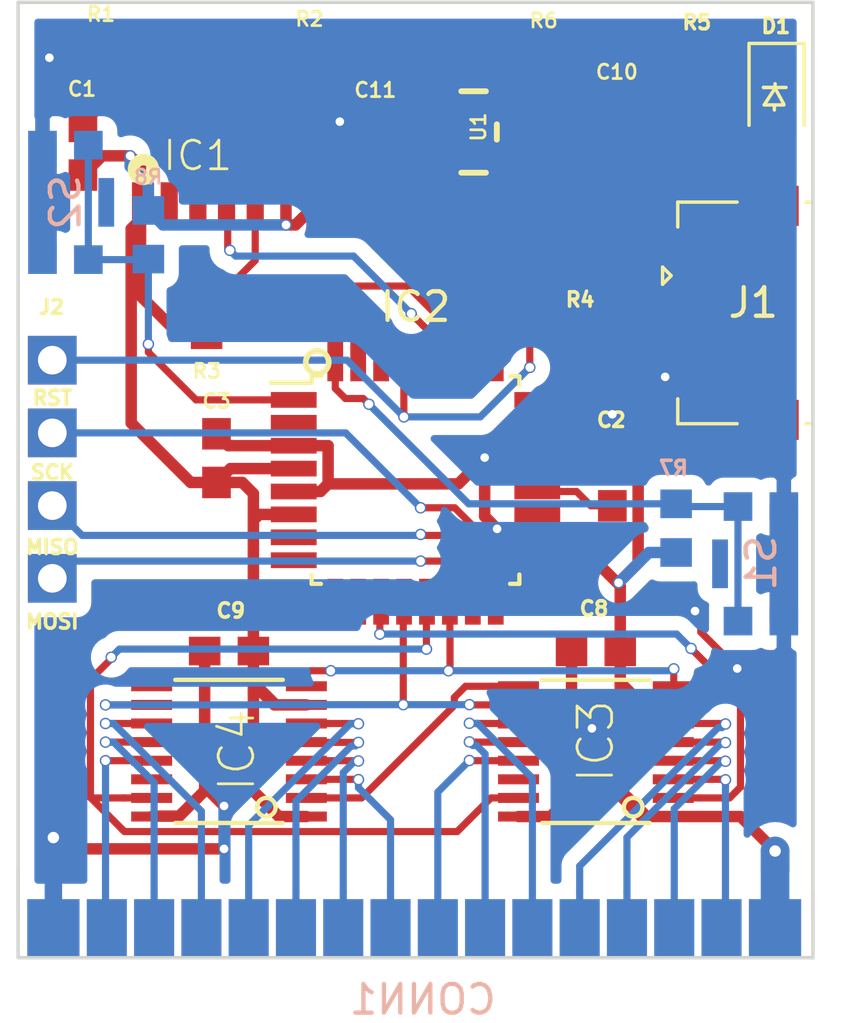
<source format=kicad_pcb>
(kicad_pcb (version 20171130) (host pcbnew "(5.1.5)-2")

  (general
    (thickness 1.6)
    (drawings 19)
    (tracks 422)
    (zones 0)
    (modules 26)
    (nets 60)
  )

  (page A4)
  (layers
    (0 Top signal)
    (31 Bottom signal)
    (32 B.Adhes user hide)
    (33 F.Adhes user hide)
    (34 B.Paste user hide)
    (35 F.Paste user hide)
    (36 B.SilkS user)
    (37 F.SilkS user)
    (38 B.Mask user)
    (39 F.Mask user)
    (40 Dwgs.User user hide)
    (41 Cmts.User user hide)
    (42 Eco1.User user hide)
    (43 Eco2.User user hide)
    (44 Edge.Cuts user)
    (45 Margin user hide)
    (46 B.CrtYd user hide)
    (47 F.CrtYd user hide)
    (48 B.Fab user hide)
    (49 F.Fab user hide)
  )

  (setup
    (last_trace_width 0.25)
    (user_trace_width 0.4)
    (user_trace_width 0.61)
    (user_trace_width 1)
    (trace_clearance 0.2)
    (zone_clearance 0.508)
    (zone_45_only no)
    (trace_min 0.2)
    (via_size 0.8)
    (via_drill 0.4)
    (via_min_size 0.4)
    (via_min_drill 0.3)
    (user_via 0.4 0.3)
    (uvia_size 0.3)
    (uvia_drill 0.1)
    (uvias_allowed no)
    (uvia_min_size 0.2)
    (uvia_min_drill 0.1)
    (edge_width 0.05)
    (segment_width 0.2)
    (pcb_text_width 0.3)
    (pcb_text_size 1.5 1.5)
    (mod_edge_width 0.12)
    (mod_text_size 1 1)
    (mod_text_width 0.15)
    (pad_size 0.4 1.6)
    (pad_drill 0)
    (pad_to_mask_clearance 0.051)
    (solder_mask_min_width 0.25)
    (aux_axis_origin 0 0)
    (visible_elements 7FFFFFFF)
    (pcbplotparams
      (layerselection 0x010fc_ffffffff)
      (usegerberextensions false)
      (usegerberattributes false)
      (usegerberadvancedattributes false)
      (creategerberjobfile false)
      (excludeedgelayer true)
      (linewidth 0.100000)
      (plotframeref false)
      (viasonmask false)
      (mode 1)
      (useauxorigin false)
      (hpglpennumber 1)
      (hpglpenspeed 20)
      (hpglpendiameter 15.000000)
      (psnegative false)
      (psa4output false)
      (plotreference true)
      (plotvalue true)
      (plotinvisibletext false)
      (padsonsilk false)
      (subtractmaskfromsilk false)
      (outputformat 1)
      (mirror false)
      (drillshape 0)
      (scaleselection 1)
      (outputdirectory "../JLCPCB/"))
  )

  (net 0 "")
  (net 1 VCC)
  (net 2 GND)
  (net 3 VCC/2)
  (net 4 /SDA)
  (net 5 /SCL)
  (net 6 /CLOCK)
  (net 7 /TUBE1_7)
  (net 8 /TUBE1_6)
  (net 9 /TUBE1_5)
  (net 10 /LATCH)
  (net 11 "Net-(IC3-Pad9)")
  (net 12 /ENABLE)
  (net 13 /TUBE1_4)
  (net 14 /TUBE1_3)
  (net 15 /TUBE1_2)
  (net 16 /TUBE1_1)
  (net 17 /DATA)
  (net 18 /TUBE2_7)
  (net 19 /TUBE2_6)
  (net 20 /TUBE2_5)
  (net 21 /TUBE2_4)
  (net 22 /TUBE2_3)
  (net 23 /TUBE2_2)
  (net 24 /TUBE2_1)
  (net 25 /RST)
  (net 26 /SW1)
  (net 27 /SCK)
  (net 28 /MISO)
  (net 29 /MOSI)
  (net 30 /SW2)
  (net 31 "Net-(R6-Pad1)")
  (net 32 "Net-(IC1-Pad8)")
  (net 33 "Net-(IC1-Pad2)")
  (net 34 "Net-(IC1-Pad7)")
  (net 35 /TX)
  (net 36 /RX)
  (net 37 "Net-(IC2-Pad26)")
  (net 38 "Net-(IC2-Pad25)")
  (net 39 "Net-(IC2-Pad24)")
  (net 40 "Net-(IC2-Pad23)")
  (net 41 "Net-(IC2-Pad22)")
  (net 42 "Net-(IC2-Pad19)")
  (net 43 "Net-(IC2-Pad10)")
  (net 44 "Net-(IC2-Pad9)")
  (net 45 "Net-(IC2-Pad8)")
  (net 46 "Net-(IC2-Pad7)")
  (net 47 "Net-(IC2-Pad2)")
  (net 48 "Net-(IC4-Pad9)")
  (net 49 "Net-(D1-Pad1)")
  (net 50 "Net-(IC3-Pad14)")
  (net 51 "Net-(IC4-Pad14)")
  (net 52 "Net-(C2-Pad1)")
  (net 53 "Net-(R5-Pad1)")
  (net 54 "Net-(J1-Pad6)")
  (net 55 "Net-(J1-Pad2)")
  (net 56 "Net-(J1-Pad3)")
  (net 57 "Net-(J1-Pad4)")
  (net 58 "Net-(S1-Pad3)")
  (net 59 "Net-(S2-Pad3)")

  (net_class Default "This is the default net class."
    (clearance 0.2)
    (trace_width 0.25)
    (via_dia 0.8)
    (via_drill 0.4)
    (uvia_dia 0.3)
    (uvia_drill 0.1)
    (add_net /CLOCK)
    (add_net /DATA)
    (add_net /ENABLE)
    (add_net /LATCH)
    (add_net /MISO)
    (add_net /MOSI)
    (add_net /RST)
    (add_net /RX)
    (add_net /SCK)
    (add_net /SCL)
    (add_net /SDA)
    (add_net /SW1)
    (add_net /SW2)
    (add_net /TUBE1_1)
    (add_net /TUBE1_2)
    (add_net /TUBE1_3)
    (add_net /TUBE1_4)
    (add_net /TUBE1_5)
    (add_net /TUBE1_6)
    (add_net /TUBE1_7)
    (add_net /TUBE2_1)
    (add_net /TUBE2_2)
    (add_net /TUBE2_3)
    (add_net /TUBE2_4)
    (add_net /TUBE2_5)
    (add_net /TUBE2_6)
    (add_net /TUBE2_7)
    (add_net /TX)
    (add_net GND)
    (add_net "Net-(C2-Pad1)")
    (add_net "Net-(D1-Pad1)")
    (add_net "Net-(IC1-Pad2)")
    (add_net "Net-(IC1-Pad7)")
    (add_net "Net-(IC1-Pad8)")
    (add_net "Net-(IC2-Pad10)")
    (add_net "Net-(IC2-Pad19)")
    (add_net "Net-(IC2-Pad2)")
    (add_net "Net-(IC2-Pad22)")
    (add_net "Net-(IC2-Pad23)")
    (add_net "Net-(IC2-Pad24)")
    (add_net "Net-(IC2-Pad25)")
    (add_net "Net-(IC2-Pad26)")
    (add_net "Net-(IC2-Pad7)")
    (add_net "Net-(IC2-Pad8)")
    (add_net "Net-(IC2-Pad9)")
    (add_net "Net-(IC3-Pad14)")
    (add_net "Net-(IC3-Pad9)")
    (add_net "Net-(IC4-Pad14)")
    (add_net "Net-(IC4-Pad9)")
    (add_net "Net-(J1-Pad2)")
    (add_net "Net-(J1-Pad3)")
    (add_net "Net-(J1-Pad4)")
    (add_net "Net-(J1-Pad6)")
    (add_net "Net-(R5-Pad1)")
    (add_net "Net-(R6-Pad1)")
    (add_net "Net-(S1-Pad3)")
    (add_net "Net-(S2-Pad3)")
    (add_net VCC)
    (add_net VCC/2)
  )

  (module "USB Micro numitronWatch:USB_MicroB" (layer Top) (tedit 5FBC63EB) (tstamp 5F986DB7)
    (at 160.5534 101.727 90)
    (descr "Micro USB AB receptable, right-angle inverted (https://www.molex.com/pdm_docs/sd/475900001_sd.pdf)")
    (tags "Micro AB USB SMD")
    (path /5FA712AE)
    (attr smd)
    (fp_text reference J1 (at 0.3556 -0.635 180) (layer F.SilkS)
      (effects (font (size 1 1) (thickness 0.15)))
    )
    (fp_text value USB_B_Micro (at 0 3.5 90) (layer F.Fab)
      (effects (font (size 1 1) (thickness 0.15)))
    )
    (fp_line (start -3.75 1.45) (end 3.75 1.45) (layer F.Fab) (width 0.1))
    (fp_text user "PCB Edge" (at 0 1.45 90) (layer Dwgs.User)
      (effects (font (size 0.4 0.4) (thickness 0.04)))
    )
    (fp_text user %R (at 0 -1.5 90) (layer F.Fab)
      (effects (font (size 1 1) (thickness 0.15)))
    )
    (fp_line (start -3.87 1.2) (end -3.87 1.45) (layer F.SilkS) (width 0.12))
    (fp_line (start 3.87 1.2) (end 3.87 1.45) (layer F.SilkS) (width 0.12))
    (fp_line (start 3 -3.27) (end 3.87 -3.27) (layer F.SilkS) (width 0.12))
    (fp_line (start -3.87 -3.27) (end -3.87 -1.2) (layer F.SilkS) (width 0.12))
    (fp_line (start 3.87 -3.27) (end 3.87 -1.2) (layer F.SilkS) (width 0.12))
    (fp_line (start -3.75 2.15) (end 3.75 2.15) (layer F.Fab) (width 0.1))
    (fp_line (start -3.75 -3.15) (end -3.75 1.45) (layer F.Fab) (width 0.1))
    (fp_line (start -3.75 1.45) (end -2.8 1.45) (layer Edge.Cuts) (width 0.1))
    (fp_line (start -1.95 1.45) (end 1.95 1.45) (layer Edge.Cuts) (width 0.1))
    (fp_line (start 2.8 1.45) (end 3.75 1.45) (layer Edge.Cuts) (width 0.1))
    (fp_line (start 3.75 -3.15) (end 3.75 1.45) (layer F.Fab) (width 0.1))
    (fp_line (start -3.75 -3.15) (end 3.75 -3.15) (layer F.Fab) (width 0.1))
    (fp_line (start -5.18 -4.13) (end 5.18 -4.13) (layer F.CrtYd) (width 0.05))
    (fp_line (start 5.18 -4.13) (end 5.18 2.65) (layer F.CrtYd) (width 0.05))
    (fp_line (start -5.18 -4.13) (end -5.18 2.65) (layer F.CrtYd) (width 0.05))
    (fp_line (start -5.18 2.65) (end 5.18 2.65) (layer F.CrtYd) (width 0.05))
    (fp_line (start -3.87 -3.27) (end -3 -3.27) (layer F.SilkS) (width 0.12))
    (fp_line (start 1.3 -3.5) (end 1 -3.8) (layer F.SilkS) (width 0.12))
    (fp_line (start 1.3 -3.5) (end 1.6 -3.8) (layer F.SilkS) (width 0.12))
    (fp_line (start 1 -3.8) (end 1.6 -3.8) (layer F.SilkS) (width 0.12))
    (pad "" smd rect (at -3.5 0 90) (size 0.3 0.85) (layers F.Paste))
    (pad "" smd rect (at 3.5 0 90) (size 0.3 0.85) (layers F.Paste))
    (pad 6 smd rect (at -3.7375 0 90) (size 1.4 1.9) (layers Top F.Mask)
      (net 54 "Net-(J1-Pad6)"))
    (pad 6 smd rect (at 3.7375 0 90) (size 1.4 1.9) (layers Top F.Mask)
      (net 54 "Net-(J1-Pad6)"))
    (pad 2 smd rect (at 0.65 -2.8 90) (size 0.4 1.6) (layers Top F.Paste F.Mask)
      (net 55 "Net-(J1-Pad2)"))
    (pad 1 smd rect (at 1.3 -2.8 90) (size 0.4 1.6) (layers Top F.Paste F.Mask)
      (net 3 VCC/2))
    (pad 3 smd rect (at 0 -2.8 90) (size 0.4 1.6) (layers Top F.Paste F.Mask)
      (net 56 "Net-(J1-Pad3)"))
    (pad 4 smd rect (at -0.65 -2.8 90) (size 0.4 1.6) (layers Top F.Paste F.Mask)
      (net 57 "Net-(J1-Pad4)"))
    (pad 5 smd rect (at -1.3 -2.8 90) (size 0.4 1.6) (layers Top F.Paste F.Mask)
      (net 2 GND))
    (model ${KISYS3DMOD}/Connector_USB.3dshapes/USB_Micro-AB_Molex_47590-0001.wrl
      (at (xyz 0 0 0))
      (scale (xyz 1 1 1))
      (rotate (xyz 0 0 0))
    )
  )

  (module watch_main_final:RV-3029-C2 (layer Top) (tedit 5FBC6327) (tstamp 5F8E67B4)
    (at 140.5382 96.5134)
    (path /BC34DC86)
    (attr smd)
    (fp_text reference IC1 (at 1.27 -0.8636) (layer F.SilkS)
      (effects (font (size 1 1) (thickness 0.09652)) (justify right top))
    )
    (fp_text value RV-3029 (at 2.83 -0.578 90) (layer F.Fab) hide
      (effects (font (size 1.2065 1.2065) (thickness 0.1016)) (justify top))
    )
    (fp_circle (center -1.9 0.2) (end -1.758582 0.2) (layer F.SilkS) (width 0.4064))
    (fp_line (start -2.4 1.1) (end -2.4 -2) (layer F.Fab) (width 0.127))
    (fp_line (start 2.4 1.1) (end -2.4 1.1) (layer F.Fab) (width 0.127))
    (fp_line (start 2.4 -2) (end 2.4 1.1) (layer F.Fab) (width 0.127))
    (fp_line (start -2.4 -2) (end 2.4 -2) (layer F.Fab) (width 0.127))
    (pad 5 smd rect (at 2 1.3) (size 0.6 1.3) (layers Top F.Paste F.Mask)
      (net 4 /SDA) (solder_mask_margin 0.1016))
    (pad 4 smd rect (at 1 1.3) (size 0.6 1.3) (layers Top F.Paste F.Mask)
      (net 5 /SCL) (solder_mask_margin 0.1016))
    (pad 3 smd rect (at 0 1.3) (size 0.6 1.3) (layers Top F.Paste F.Mask)
      (solder_mask_margin 0.1016))
    (pad 2 smd rect (at -1 1.3) (size 0.6 1.3) (layers Top F.Paste F.Mask)
      (net 33 "Net-(IC1-Pad2)") (solder_mask_margin 0.1016))
    (pad 1 smd rect (at -2 1.3) (size 0.6 1.3) (layers Top F.Paste F.Mask)
      (net 1 VCC) (solder_mask_margin 0.1016))
    (pad 10 smd rect (at -2 -2.2) (size 0.6 1.3) (layers Top F.Paste F.Mask)
      (net 2 GND) (solder_mask_margin 0.1016))
    (pad 6 smd rect (at 2 -2.2) (size 0.6 1.3) (layers Top F.Paste F.Mask)
      (net 2 GND) (solder_mask_margin 0.1016))
    (pad 9 smd rect (at -1 -2.2) (size 0.6 1.3) (layers Top F.Paste F.Mask)
      (solder_mask_margin 0.1016))
    (pad 7 smd rect (at 1 -2.2) (size 0.6 1.3) (layers Top F.Paste F.Mask)
      (net 34 "Net-(IC1-Pad7)") (solder_mask_margin 0.1016))
    (pad 8 smd rect (at 0 -2.2) (size 0.6 1.3) (layers Top F.Paste F.Mask)
      (net 32 "Net-(IC1-Pad8)") (solder_mask_margin 0.1016))
  )

  (module Connector_PinHeader_2.54mm:PinHeader_1x04_P2.54mm_Vertical (layer Top) (tedit 5FB9B07C) (tstamp 5FBB1411)
    (at 135.4582 110.998 180)
    (descr "Through hole straight pin header, 1x04, 2.54mm pitch, single row")
    (tags "Through hole pin header THT 1x04 2.54mm single row")
    (path /5F9EAD9B)
    (fp_text reference J2 (at 0.0254 9.4742 180) (layer F.SilkS)
      (effects (font (size 0.5 0.5) (thickness 0.125)))
    )
    (fp_text value programmer (at 0 9.95 180) (layer F.Fab)
      (effects (font (size 1 1) (thickness 0.15)))
    )
    (fp_line (start 1.8 -1.8) (end -1.8 -1.8) (layer F.CrtYd) (width 0.05))
    (fp_line (start 1.8 9.4) (end 1.8 -1.8) (layer F.CrtYd) (width 0.05))
    (fp_line (start -1.8 9.4) (end 1.8 9.4) (layer F.CrtYd) (width 0.05))
    (fp_line (start -1.8 -1.8) (end -1.8 9.4) (layer F.CrtYd) (width 0.05))
    (pad 4 thru_hole rect (at 0 7.62 180) (size 1.7 1.7) (drill 1) (layers *.Cu *.Mask)
      (net 25 /RST))
    (pad 3 thru_hole rect (at 0 5.08 180) (size 1.7 1.7) (drill 1) (layers *.Cu *.Mask)
      (net 27 /SCK))
    (pad 2 thru_hole rect (at 0 2.54 180) (size 1.7 1.7) (drill 1) (layers *.Cu *.Mask)
      (net 28 /MISO))
    (pad 1 thru_hole rect (at 0 0 180) (size 1.7 1.7) (drill 1) (layers *.Cu *.Mask)
      (net 29 /MOSI))
    (model ${KISYS3DMOD}/Connector_PinHeader_2.54mm.3dshapes/PinHeader_1x04_P2.54mm_Vertical.wrl
      (at (xyz 0 0 0))
      (scale (xyz 1 1 1))
      (rotate (xyz 0 0 0))
    )
  )

  (module Package_QFP:TQFP-32_7x7mm_P0.8mm (layer Top) (tedit 5A02F146) (tstamp 5FA8BFB0)
    (at 148.1323 107.56519)
    (descr "32-Lead Plastic Thin Quad Flatpack (PT) - 7x7x1.0 mm Body, 2.00 mm [TQFP] (see Microchip Packaging Specification 00000049BS.pdf)")
    (tags "QFP 0.8")
    (path /22F7723E)
    (attr smd)
    (fp_text reference IC2 (at 0 -6.05) (layer F.SilkS)
      (effects (font (size 1 1) (thickness 0.15)))
    )
    (fp_text value ATMega328p (at 0 6.05) (layer F.Fab)
      (effects (font (size 1 1) (thickness 0.15)))
    )
    (fp_line (start -3.625 -3.4) (end -5.05 -3.4) (layer F.SilkS) (width 0.15))
    (fp_line (start 3.625 -3.625) (end 3.3 -3.625) (layer F.SilkS) (width 0.15))
    (fp_line (start 3.625 3.625) (end 3.3 3.625) (layer F.SilkS) (width 0.15))
    (fp_line (start -3.625 3.625) (end -3.3 3.625) (layer F.SilkS) (width 0.15))
    (fp_line (start -3.625 -3.625) (end -3.3 -3.625) (layer F.SilkS) (width 0.15))
    (fp_line (start -3.625 3.625) (end -3.625 3.3) (layer F.SilkS) (width 0.15))
    (fp_line (start 3.625 3.625) (end 3.625 3.3) (layer F.SilkS) (width 0.15))
    (fp_line (start 3.625 -3.625) (end 3.625 -3.3) (layer F.SilkS) (width 0.15))
    (fp_line (start -3.625 -3.625) (end -3.625 -3.4) (layer F.SilkS) (width 0.15))
    (fp_line (start -5.3 5.3) (end 5.3 5.3) (layer F.CrtYd) (width 0.05))
    (fp_line (start -5.3 -5.3) (end 5.3 -5.3) (layer F.CrtYd) (width 0.05))
    (fp_line (start 5.3 -5.3) (end 5.3 5.3) (layer F.CrtYd) (width 0.05))
    (fp_line (start -5.3 -5.3) (end -5.3 5.3) (layer F.CrtYd) (width 0.05))
    (fp_line (start -3.5 -2.5) (end -2.5 -3.5) (layer F.Fab) (width 0.15))
    (fp_line (start -3.5 3.5) (end -3.5 -2.5) (layer F.Fab) (width 0.15))
    (fp_line (start 3.5 3.5) (end -3.5 3.5) (layer F.Fab) (width 0.15))
    (fp_line (start 3.5 -3.5) (end 3.5 3.5) (layer F.Fab) (width 0.15))
    (fp_line (start -2.5 -3.5) (end 3.5 -3.5) (layer F.Fab) (width 0.15))
    (fp_text user %R (at 0 0) (layer F.Fab)
      (effects (font (size 1 1) (thickness 0.15)))
    )
    (pad 32 smd rect (at -2.8 -4.25 90) (size 1.6 0.55) (layers Top F.Paste F.Mask)
      (net 26 /SW1))
    (pad 31 smd rect (at -2 -4.25 90) (size 1.6 0.55) (layers Top F.Paste F.Mask)
      (net 35 /TX))
    (pad 30 smd rect (at -1.2 -4.25 90) (size 1.6 0.55) (layers Top F.Paste F.Mask)
      (net 36 /RX))
    (pad 29 smd rect (at -0.4 -4.25 90) (size 1.6 0.55) (layers Top F.Paste F.Mask)
      (net 25 /RST))
    (pad 28 smd rect (at 0.4 -4.25 90) (size 1.6 0.55) (layers Top F.Paste F.Mask)
      (net 5 /SCL))
    (pad 27 smd rect (at 1.2 -4.25 90) (size 1.6 0.55) (layers Top F.Paste F.Mask)
      (net 4 /SDA))
    (pad 26 smd rect (at 2 -4.25 90) (size 1.6 0.55) (layers Top F.Paste F.Mask)
      (net 37 "Net-(IC2-Pad26)"))
    (pad 25 smd rect (at 2.8 -4.25 90) (size 1.6 0.55) (layers Top F.Paste F.Mask)
      (net 38 "Net-(IC2-Pad25)"))
    (pad 24 smd rect (at 4.25 -2.8) (size 1.6 0.55) (layers Top F.Paste F.Mask)
      (net 39 "Net-(IC2-Pad24)"))
    (pad 23 smd rect (at 4.25 -2) (size 1.6 0.55) (layers Top F.Paste F.Mask)
      (net 40 "Net-(IC2-Pad23)"))
    (pad 22 smd rect (at 4.25 -1.2) (size 1.6 0.55) (layers Top F.Paste F.Mask)
      (net 41 "Net-(IC2-Pad22)"))
    (pad 21 smd rect (at 4.25 -0.4) (size 1.6 0.55) (layers Top F.Paste F.Mask)
      (net 2 GND))
    (pad 20 smd rect (at 4.25 0.4) (size 1.6 0.55) (layers Top F.Paste F.Mask)
      (net 52 "Net-(C2-Pad1)"))
    (pad 19 smd rect (at 4.25 1.2) (size 1.6 0.55) (layers Top F.Paste F.Mask)
      (net 42 "Net-(IC2-Pad19)"))
    (pad 18 smd rect (at 4.25 2) (size 1.6 0.55) (layers Top F.Paste F.Mask)
      (net 1 VCC))
    (pad 17 smd rect (at 4.25 2.8) (size 1.6 0.55) (layers Top F.Paste F.Mask)
      (net 27 /SCK))
    (pad 16 smd rect (at 2.8 4.25 90) (size 1.6 0.55) (layers Top F.Paste F.Mask)
      (net 28 /MISO))
    (pad 15 smd rect (at 2 4.25 90) (size 1.6 0.55) (layers Top F.Paste F.Mask)
      (net 29 /MOSI))
    (pad 14 smd rect (at 1.2 4.25 90) (size 1.6 0.55) (layers Top F.Paste F.Mask)
      (net 12 /ENABLE))
    (pad 13 smd rect (at 0.4 4.25 90) (size 1.6 0.55) (layers Top F.Paste F.Mask)
      (net 6 /CLOCK))
    (pad 12 smd rect (at -0.4 4.25 90) (size 1.6 0.55) (layers Top F.Paste F.Mask)
      (net 10 /LATCH))
    (pad 11 smd rect (at -1.2 4.25 90) (size 1.6 0.55) (layers Top F.Paste F.Mask)
      (net 17 /DATA))
    (pad 10 smd rect (at -2 4.25 90) (size 1.6 0.55) (layers Top F.Paste F.Mask)
      (net 43 "Net-(IC2-Pad10)"))
    (pad 9 smd rect (at -2.8 4.25 90) (size 1.6 0.55) (layers Top F.Paste F.Mask)
      (net 44 "Net-(IC2-Pad9)"))
    (pad 8 smd rect (at -4.25 2.8) (size 1.6 0.55) (layers Top F.Paste F.Mask)
      (net 45 "Net-(IC2-Pad8)"))
    (pad 7 smd rect (at -4.25 2) (size 1.6 0.55) (layers Top F.Paste F.Mask)
      (net 46 "Net-(IC2-Pad7)"))
    (pad 6 smd rect (at -4.25 1.2) (size 1.6 0.55) (layers Top F.Paste F.Mask)
      (net 1 VCC))
    (pad 5 smd rect (at -4.25 0.4) (size 1.6 0.55) (layers Top F.Paste F.Mask)
      (net 2 GND))
    (pad 4 smd rect (at -4.25 -0.4) (size 1.6 0.55) (layers Top F.Paste F.Mask)
      (net 1 VCC))
    (pad 3 smd rect (at -4.25 -1.2) (size 1.6 0.55) (layers Top F.Paste F.Mask)
      (net 2 GND))
    (pad 2 smd rect (at -4.25 -2) (size 1.6 0.55) (layers Top F.Paste F.Mask)
      (net 47 "Net-(IC2-Pad2)"))
    (pad 1 smd rect (at -4.25 -2.8) (size 1.6 0.55) (layers Top F.Paste F.Mask)
      (net 30 /SW2))
    (model ${KISYS3DMOD}/Package_QFP.3dshapes/TQFP-32_7x7mm_P0.8mm.wrl
      (at (xyz 0 0 0))
      (scale (xyz 1 1 1))
      (rotate (xyz 0 0 0))
    )
  )

  (module "USB Micro numitronWatch:numitronWatchPCBMountTube" (layer Bottom) (tedit 5FB37AB7) (tstamp 5FB49D7C)
    (at 148.07438 123.05284)
    (path /5FB55A3E)
    (attr smd)
    (fp_text reference CONN1 (at 0.31242 2.65938) (layer B.SilkS)
      (effects (font (size 1 1) (thickness 0.15)) (justify mirror))
    )
    (fp_text value PCBMOUNT-main (at 0.54864 4.49834) (layer B.Fab)
      (effects (font (size 1 1) (thickness 0.15)) (justify mirror))
    )
    (pad 2 smd rect (at 9.0866 0.14986) (size 1.4 2) (layers Bottom B.Paste B.Mask)
      (net 15 /TUBE1_2) (solder_mask_margin 0.1016))
    (pad 3 smd rect (at 7.4366 0.14986) (size 1.4 2) (layers Bottom B.Paste B.Mask)
      (net 14 /TUBE1_3) (solder_mask_margin 0.1016))
    (pad VCC smd rect (at 12.60456 0.14986) (size 1.825 2) (layers Bottom B.Paste B.Mask)
      (net 1 VCC) (solder_mask_margin 0.1016))
    (pad 1 smd rect (at 10.7366 0.14986) (size 1.4 2) (layers Bottom B.Paste B.Mask)
      (net 16 /TUBE1_1) (solder_mask_margin 0.1016))
    (pad 4 smd rect (at 5.7866 0.14986) (size 1.4 2) (layers Bottom B.Paste B.Mask)
      (net 13 /TUBE1_4) (solder_mask_margin 0.1016))
    (pad 7 smd rect (at 0.8366 0.14986) (size 1.4 2) (layers Bottom B.Paste B.Mask)
      (net 7 /TUBE1_7) (solder_mask_margin 0.1016))
    (pad 8 smd rect (at -0.8134 0.14986) (size 1.4 2) (layers Bottom B.Paste B.Mask)
      (net 24 /TUBE2_1) (solder_mask_margin 0.1016))
    (pad 5 smd rect (at 4.1366 0.14986) (size 1.4 2) (layers Bottom B.Paste B.Mask)
      (net 9 /TUBE1_5) (solder_mask_margin 0.1016))
    (pad 6 smd rect (at 2.4866 0.14986) (size 1.4 2) (layers Bottom B.Paste B.Mask)
      (net 8 /TUBE1_6) (solder_mask_margin 0.1016))
    (pad 9 smd rect (at -2.4634 0.14986 180) (size 1.4 2) (layers Bottom B.Paste B.Mask)
      (net 23 /TUBE2_2) (solder_mask_margin 0.1016))
    (pad 13 smd rect (at -9.0634 0.14986) (size 1.4 2) (layers Bottom B.Paste B.Mask)
      (net 19 /TUBE2_6) (solder_mask_margin 0.1016))
    (pad 10 smd rect (at -4.1134 0.14986) (size 1.4 2) (layers Bottom B.Paste B.Mask)
      (net 22 /TUBE2_3) (solder_mask_margin 0.1016))
    (pad 11 smd rect (at -5.7634 0.14986) (size 1.4 2) (layers Bottom B.Paste B.Mask)
      (net 21 /TUBE2_4) (solder_mask_margin 0.1016))
    (pad 12 smd rect (at -7.4134 0.14986) (size 1.4 2) (layers Bottom B.Paste B.Mask)
      (net 20 /TUBE2_5) (solder_mask_margin 0.1016))
    (pad 14 smd rect (at -10.7134 0.14986) (size 1.4 2) (layers Bottom B.Paste B.Mask)
      (net 18 /TUBE2_7) (solder_mask_margin 0.1016))
    (pad GND smd rect (at -12.5784 0.14986) (size 1.825 2) (layers Bottom B.Paste B.Mask)
      (net 2 GND) (solder_mask_margin 0.1016))
  )

  (module LED_SMD:LED_0805_2012Metric_Pad1.15x1.40mm_HandSolder (layer Top) (tedit 5B4B45C9) (tstamp 5FB4E75B)
    (at 160.7312 94.1742 270)
    (descr "LED SMD 0805 (2012 Metric), square (rectangular) end terminal, IPC_7351 nominal, (Body size source: https://docs.google.com/spreadsheets/d/1BsfQQcO9C6DZCsRaXUlFlo91Tg2WpOkGARC1WS5S8t0/edit?usp=sharing), generated with kicad-footprint-generator")
    (tags "LED handsolder")
    (path /5FCCFA05)
    (attr smd)
    (fp_text reference D1 (at -2.4638 0.0254 180) (layer F.SilkS)
      (effects (font (size 0.5 0.5) (thickness 0.125)))
    )
    (fp_text value LED (at 0 1.65 90) (layer F.Fab)
      (effects (font (size 1 1) (thickness 0.15)))
    )
    (fp_text user %R (at 0 0 90) (layer F.Fab)
      (effects (font (size 0.5 0.5) (thickness 0.08)))
    )
    (fp_line (start 1.85 0.95) (end -1.85 0.95) (layer F.CrtYd) (width 0.05))
    (fp_line (start 1.85 -0.95) (end 1.85 0.95) (layer F.CrtYd) (width 0.05))
    (fp_line (start -1.85 -0.95) (end 1.85 -0.95) (layer F.CrtYd) (width 0.05))
    (fp_line (start -1.85 0.95) (end -1.85 -0.95) (layer F.CrtYd) (width 0.05))
    (fp_line (start -1.86 0.96) (end 1 0.96) (layer F.SilkS) (width 0.12))
    (fp_line (start -1.86 -0.96) (end -1.86 0.96) (layer F.SilkS) (width 0.12))
    (fp_line (start 1 -0.96) (end -1.86 -0.96) (layer F.SilkS) (width 0.12))
    (fp_line (start 1 0.6) (end 1 -0.6) (layer F.Fab) (width 0.1))
    (fp_line (start -1 0.6) (end 1 0.6) (layer F.Fab) (width 0.1))
    (fp_line (start -1 -0.3) (end -1 0.6) (layer F.Fab) (width 0.1))
    (fp_line (start -0.7 -0.6) (end -1 -0.3) (layer F.Fab) (width 0.1))
    (fp_line (start 1 -0.6) (end -0.7 -0.6) (layer F.Fab) (width 0.1))
    (pad 2 smd roundrect (at 1.025 0 270) (size 1.15 1.4) (layers Top F.Paste F.Mask) (roundrect_rratio 0.217391)
      (net 3 VCC/2))
    (pad 1 smd roundrect (at -1.025 0 270) (size 1.15 1.4) (layers Top F.Paste F.Mask) (roundrect_rratio 0.217391)
      (net 49 "Net-(D1-Pad1)"))
    (model ${KISYS3DMOD}/LED_SMD.3dshapes/LED_0805_2012Metric.wrl
      (at (xyz 0 0 0))
      (scale (xyz 1 1 1))
      (rotate (xyz 0 0 0))
    )
  )

  (module watch_main_final:TSSOP-16 locked (layer Top) (tedit 5FB4170F) (tstamp 5FB9A6CF)
    (at 141.625 117.0432 90)
    (path /FA55F29D)
    (attr smd)
    (fp_text reference IC4 (at 1.5748 -0.4318 90) (layer F.SilkS)
      (effects (font (size 1.2065 1.2065) (thickness 0.09652)) (justify right top))
    )
    (fp_text value TLC6C598-Q1 (at 4.1275 3.4925 180) (layer F.Fab) hide
      (effects (font (size 1.2065 1.2065) (thickness 0.127)) (justify right top))
    )
    (fp_poly (pts (xy -2.15 -3.2) (xy -2.395 -3.2) (xy -2.395 -2.2) (xy -2.15 -2.2)) (layer F.Fab) (width 0))
    (fp_poly (pts (xy -1.5 -3.2) (xy -1.745 -3.2) (xy -1.745 -2.2) (xy -1.5 -2.2)) (layer F.Fab) (width 0))
    (fp_poly (pts (xy -0.85 -3.2) (xy -1.095 -3.2) (xy -1.095 -2.2) (xy -0.85 -2.2)) (layer F.Fab) (width 0))
    (fp_poly (pts (xy -0.2 -3.2) (xy -0.445 -3.2) (xy -0.445 -2.2) (xy -0.2 -2.2)) (layer F.Fab) (width 0))
    (fp_poly (pts (xy 0.45 -3.2) (xy 0.205 -3.2) (xy 0.205 -2.2) (xy 0.45 -2.2)) (layer F.Fab) (width 0))
    (fp_poly (pts (xy 1.1 -3.2) (xy 0.855 -3.2) (xy 0.855 -2.2) (xy 1.1 -2.2)) (layer F.Fab) (width 0))
    (fp_poly (pts (xy 1.75 -3.2) (xy 1.505 -3.2) (xy 1.505 -2.2) (xy 1.75 -2.2)) (layer F.Fab) (width 0))
    (fp_poly (pts (xy 2.4 -3.2) (xy 2.155 -3.2) (xy 2.155 -2.2) (xy 2.4 -2.2)) (layer F.Fab) (width 0))
    (fp_poly (pts (xy 2.15 3.2) (xy 2.395 3.2) (xy 2.395 2.2) (xy 2.15 2.2)) (layer F.Fab) (width 0))
    (fp_poly (pts (xy 1.5 3.2) (xy 1.745 3.2) (xy 1.745 2.2) (xy 1.5 2.2)) (layer F.Fab) (width 0))
    (fp_poly (pts (xy 0.85 3.2) (xy 1.095 3.2) (xy 1.095 2.2) (xy 0.85 2.2)) (layer F.Fab) (width 0))
    (fp_poly (pts (xy 0.2 3.2) (xy 0.445 3.2) (xy 0.445 2.2) (xy 0.2 2.2)) (layer F.Fab) (width 0))
    (fp_poly (pts (xy -0.45 3.2) (xy -0.205 3.2) (xy -0.205 2.2) (xy -0.45 2.2)) (layer F.Fab) (width 0))
    (fp_poly (pts (xy -1.1 3.2) (xy -0.855 3.2) (xy -0.855 2.2) (xy -1.1 2.2)) (layer F.Fab) (width 0))
    (fp_poly (pts (xy -1.75 3.2) (xy -1.505 3.2) (xy -1.505 2.2) (xy -1.75 2.2)) (layer F.Fab) (width 0))
    (fp_poly (pts (xy -2.4 3.2) (xy -2.155 3.2) (xy -2.155 2.2) (xy -2.4 2.2)) (layer F.Fab) (width 0))
    (fp_circle (center -1.95 1.3) (end -1.625 1.3) (layer F.SilkS) (width 0.1524))
    (fp_line (start 2.5 -1.875) (end 2.5 1.875) (layer F.SilkS) (width 0.1524))
    (fp_line (start -2.5 1.875) (end -2.5 -1.875) (layer F.SilkS) (width 0.1524))
    (fp_line (start -2.5 2.2) (end -2.5 -2.2) (layer F.Fab) (width 0.1524))
    (fp_line (start 2.5 2.2) (end -2.5 2.2) (layer F.Fab) (width 0.1524))
    (fp_line (start 2.5 -2.2) (end 2.5 2.2) (layer F.Fab) (width 0.1524))
    (fp_line (start -2.5 -2.2) (end 2.5 -2.2) (layer F.Fab) (width 0.1524))
    (pad 16 smd rect (at -2.275 -2.7 180) (size 1.43 0.35) (layers Top F.Paste F.Mask)
      (net 2 GND) (solder_mask_margin 0.1016))
    (pad 15 smd rect (at -1.625 -2.7 180) (size 1.43 0.35) (layers Top F.Paste F.Mask)
      (net 6 /CLOCK) (solder_mask_margin 0.1016))
    (pad 14 smd rect (at -0.975 -2.7 180) (size 1.43 0.35) (layers Top F.Paste F.Mask)
      (net 51 "Net-(IC4-Pad14)") (solder_mask_margin 0.1016))
    (pad 13 smd rect (at -0.325 -2.7 180) (size 1.43 0.35) (layers Top F.Paste F.Mask)
      (net 18 /TUBE2_7) (solder_mask_margin 0.1016))
    (pad 12 smd rect (at 0.325 -2.7 180) (size 1.43 0.35) (layers Top F.Paste F.Mask)
      (net 19 /TUBE2_6) (solder_mask_margin 0.1016))
    (pad 11 smd rect (at 0.975 -2.7 180) (size 1.43 0.35) (layers Top F.Paste F.Mask)
      (net 20 /TUBE2_5) (solder_mask_margin 0.1016))
    (pad 10 smd rect (at 1.625 -2.7 180) (size 1.43 0.35) (layers Top F.Paste F.Mask)
      (net 10 /LATCH) (solder_mask_margin 0.1016))
    (pad 9 smd rect (at 2.275 -2.7 180) (size 1.43 0.35) (layers Top F.Paste F.Mask)
      (net 48 "Net-(IC4-Pad9)") (solder_mask_margin 0.1016))
    (pad 8 smd rect (at 2.275 2.7 180) (size 1.43 0.35) (layers Top F.Paste F.Mask)
      (net 12 /ENABLE) (solder_mask_margin 0.1016))
    (pad 7 smd rect (at 1.625 2.7 180) (size 1.43 0.35) (layers Top F.Paste F.Mask)
      (net 1 VCC) (solder_mask_margin 0.1016))
    (pad 6 smd rect (at 0.975 2.7 180) (size 1.43 0.35) (layers Top F.Paste F.Mask)
      (net 21 /TUBE2_4) (solder_mask_margin 0.1016))
    (pad 5 smd rect (at 0.325 2.7 180) (size 1.43 0.35) (layers Top F.Paste F.Mask)
      (net 22 /TUBE2_3) (solder_mask_margin 0.1016))
    (pad 4 smd rect (at -0.325 2.7 180) (size 1.43 0.35) (layers Top F.Paste F.Mask)
      (net 23 /TUBE2_2) (solder_mask_margin 0.1016))
    (pad 3 smd rect (at -0.975 2.7 180) (size 1.43 0.35) (layers Top F.Paste F.Mask)
      (net 24 /TUBE2_1) (solder_mask_margin 0.1016))
    (pad 2 smd rect (at -1.625 2.7 180) (size 1.43 0.35) (layers Top F.Paste F.Mask)
      (net 11 "Net-(IC3-Pad9)") (solder_mask_margin 0.1016))
    (pad 1 smd rect (at -2.275 2.7 180) (size 1.43 0.35) (layers Top F.Paste F.Mask)
      (net 1 VCC) (solder_mask_margin 0.1016))
  )

  (module watch_main_final:TSSOP-16 locked (layer Top) (tedit 5FB41700) (tstamp 5F8E67C6)
    (at 154.42692 117.0432 90)
    (path /B686635D)
    (attr smd)
    (fp_text reference IC3 (at 1.8796 -0.7112 90) (layer F.SilkS)
      (effects (font (size 1.2065 1.2065) (thickness 0.09652)) (justify right top))
    )
    (fp_text value TLC6C598-Q1 (at 4.1275 3.4925 180) (layer F.Fab) hide
      (effects (font (size 1.2065 1.2065) (thickness 0.127)) (justify right top))
    )
    (fp_poly (pts (xy -2.15 -3.2) (xy -2.395 -3.2) (xy -2.395 -2.2) (xy -2.15 -2.2)) (layer F.Fab) (width 0))
    (fp_poly (pts (xy -1.5 -3.2) (xy -1.745 -3.2) (xy -1.745 -2.2) (xy -1.5 -2.2)) (layer F.Fab) (width 0))
    (fp_poly (pts (xy -0.85 -3.2) (xy -1.095 -3.2) (xy -1.095 -2.2) (xy -0.85 -2.2)) (layer F.Fab) (width 0))
    (fp_poly (pts (xy -0.2 -3.2) (xy -0.445 -3.2) (xy -0.445 -2.2) (xy -0.2 -2.2)) (layer F.Fab) (width 0))
    (fp_poly (pts (xy 0.45 -3.2) (xy 0.205 -3.2) (xy 0.205 -2.2) (xy 0.45 -2.2)) (layer F.Fab) (width 0))
    (fp_poly (pts (xy 1.1 -3.2) (xy 0.855 -3.2) (xy 0.855 -2.2) (xy 1.1 -2.2)) (layer F.Fab) (width 0))
    (fp_poly (pts (xy 1.75 -3.2) (xy 1.505 -3.2) (xy 1.505 -2.2) (xy 1.75 -2.2)) (layer F.Fab) (width 0))
    (fp_poly (pts (xy 2.4 -3.2) (xy 2.155 -3.2) (xy 2.155 -2.2) (xy 2.4 -2.2)) (layer F.Fab) (width 0))
    (fp_poly (pts (xy 2.15 3.2) (xy 2.395 3.2) (xy 2.395 2.2) (xy 2.15 2.2)) (layer F.Fab) (width 0))
    (fp_poly (pts (xy 1.5 3.2) (xy 1.745 3.2) (xy 1.745 2.2) (xy 1.5 2.2)) (layer F.Fab) (width 0))
    (fp_poly (pts (xy 0.85 3.2) (xy 1.095 3.2) (xy 1.095 2.2) (xy 0.85 2.2)) (layer F.Fab) (width 0))
    (fp_poly (pts (xy 0.2 3.2) (xy 0.445 3.2) (xy 0.445 2.2) (xy 0.2 2.2)) (layer F.Fab) (width 0))
    (fp_poly (pts (xy -0.45 3.2) (xy -0.205 3.2) (xy -0.205 2.2) (xy -0.45 2.2)) (layer F.Fab) (width 0))
    (fp_poly (pts (xy -1.1 3.2) (xy -0.855 3.2) (xy -0.855 2.2) (xy -1.1 2.2)) (layer F.Fab) (width 0))
    (fp_poly (pts (xy -1.75 3.2) (xy -1.505 3.2) (xy -1.505 2.2) (xy -1.75 2.2)) (layer F.Fab) (width 0))
    (fp_poly (pts (xy -2.4 3.2) (xy -2.155 3.2) (xy -2.155 2.2) (xy -2.4 2.2)) (layer F.Fab) (width 0))
    (fp_circle (center -1.95 1.3) (end -1.625 1.3) (layer F.SilkS) (width 0.1524))
    (fp_line (start 2.5 -1.875) (end 2.5 1.875) (layer F.SilkS) (width 0.1524))
    (fp_line (start -2.5 1.875) (end -2.5 -1.875) (layer F.SilkS) (width 0.1524))
    (fp_line (start -2.5 2.2) (end -2.5 -2.2) (layer F.Fab) (width 0.1524))
    (fp_line (start 2.5 2.2) (end -2.5 2.2) (layer F.Fab) (width 0.1524))
    (fp_line (start 2.5 -2.2) (end 2.5 2.2) (layer F.Fab) (width 0.1524))
    (fp_line (start -2.5 -2.2) (end 2.5 -2.2) (layer F.Fab) (width 0.1524))
    (pad 16 smd rect (at -2.275 -2.7 180) (size 1.43 0.35) (layers Top F.Paste F.Mask)
      (net 2 GND) (solder_mask_margin 0.1016))
    (pad 15 smd rect (at -1.625 -2.7 180) (size 1.43 0.35) (layers Top F.Paste F.Mask)
      (net 6 /CLOCK) (solder_mask_margin 0.1016))
    (pad 14 smd rect (at -0.975 -2.7 180) (size 1.43 0.35) (layers Top F.Paste F.Mask)
      (net 50 "Net-(IC3-Pad14)") (solder_mask_margin 0.1016))
    (pad 13 smd rect (at -0.325 -2.7 180) (size 1.43 0.35) (layers Top F.Paste F.Mask)
      (net 7 /TUBE1_7) (solder_mask_margin 0.1016))
    (pad 12 smd rect (at 0.325 -2.7 180) (size 1.43 0.35) (layers Top F.Paste F.Mask)
      (net 8 /TUBE1_6) (solder_mask_margin 0.1016))
    (pad 11 smd rect (at 0.975 -2.7 180) (size 1.43 0.35) (layers Top F.Paste F.Mask)
      (net 9 /TUBE1_5) (solder_mask_margin 0.1016))
    (pad 10 smd rect (at 1.625 -2.7 180) (size 1.43 0.35) (layers Top F.Paste F.Mask)
      (net 10 /LATCH) (solder_mask_margin 0.1016))
    (pad 9 smd rect (at 2.275 -2.7 180) (size 1.43 0.35) (layers Top F.Paste F.Mask)
      (net 11 "Net-(IC3-Pad9)") (solder_mask_margin 0.1016))
    (pad 8 smd rect (at 2.275 2.7 180) (size 1.43 0.35) (layers Top F.Paste F.Mask)
      (net 12 /ENABLE) (solder_mask_margin 0.1016))
    (pad 7 smd rect (at 1.625 2.7 180) (size 1.43 0.35) (layers Top F.Paste F.Mask)
      (net 1 VCC) (solder_mask_margin 0.1016))
    (pad 6 smd rect (at 0.975 2.7 180) (size 1.43 0.35) (layers Top F.Paste F.Mask)
      (net 13 /TUBE1_4) (solder_mask_margin 0.1016))
    (pad 5 smd rect (at 0.325 2.7 180) (size 1.43 0.35) (layers Top F.Paste F.Mask)
      (net 14 /TUBE1_3) (solder_mask_margin 0.1016))
    (pad 4 smd rect (at -0.325 2.7 180) (size 1.43 0.35) (layers Top F.Paste F.Mask)
      (net 15 /TUBE1_2) (solder_mask_margin 0.1016))
    (pad 3 smd rect (at -0.975 2.7 180) (size 1.43 0.35) (layers Top F.Paste F.Mask)
      (net 16 /TUBE1_1) (solder_mask_margin 0.1016))
    (pad 2 smd rect (at -1.625 2.7 180) (size 1.43 0.35) (layers Top F.Paste F.Mask)
      (net 17 /DATA) (solder_mask_margin 0.1016))
    (pad 1 smd rect (at -2.275 2.7 180) (size 1.43 0.35) (layers Top F.Paste F.Mask)
      (net 1 VCC) (solder_mask_margin 0.1016))
  )

  (module watch_main_final:C0603 (layer Top) (tedit 0) (tstamp 5F8E681A)
    (at 136.52776 96.0634 90)
    (descr "<b>CAPACITOR</b><p>\nchip")
    (path /DB65CDE5)
    (attr smd)
    (fp_text reference C1 (at 1.86436 0.5207 180) (layer F.SilkS)
      (effects (font (size 0.5 0.5) (thickness 0.1)) (justify right bottom))
    )
    (fp_text value 10n (at -0.889 2.032 90) (layer F.Fab) hide
      (effects (font (size 1.2065 1.2065) (thickness 0.1016)) (justify left bottom))
    )
    (fp_poly (pts (xy -0.1999 0.3) (xy 0.1999 0.3) (xy 0.1999 -0.3) (xy -0.1999 -0.3)) (layer F.Adhes) (width 0))
    (fp_poly (pts (xy 0.3302 0.4699) (xy 0.8303 0.4699) (xy 0.8303 -0.4801) (xy 0.3302 -0.4801)) (layer F.Fab) (width 0))
    (fp_poly (pts (xy -0.8382 0.4699) (xy -0.3381 0.4699) (xy -0.3381 -0.4801) (xy -0.8382 -0.4801)) (layer F.Fab) (width 0))
    (fp_line (start -0.356 0.419) (end 0.356 0.419) (layer F.Fab) (width 0.1016))
    (fp_line (start -0.356 -0.432) (end 0.356 -0.432) (layer F.Fab) (width 0.1016))
    (fp_line (start -1.473 0.983) (end -1.473 -0.983) (layer Dwgs.User) (width 0.0508))
    (fp_line (start 1.473 0.983) (end -1.473 0.983) (layer Dwgs.User) (width 0.0508))
    (fp_line (start 1.473 -0.983) (end 1.473 0.983) (layer Dwgs.User) (width 0.0508))
    (fp_line (start -1.473 -0.983) (end 1.473 -0.983) (layer Dwgs.User) (width 0.0508))
    (pad 2 smd rect (at 0.85 0 90) (size 1.1 1) (layers Top F.Paste F.Mask)
      (net 2 GND) (solder_mask_margin 0.1016))
    (pad 1 smd rect (at -0.85 0 90) (size 1.1 1) (layers Top F.Paste F.Mask)
      (net 1 VCC) (solder_mask_margin 0.1016))
  )

  (module watch_main_final:R0603 (layer Top) (tedit 0) (tstamp 5FA8C53C)
    (at 137.3632 92.5576)
    (descr <b>RESISTOR</b>)
    (path /DE04AF3C)
    (attr smd)
    (fp_text reference R1 (at 0.34544 -0.97028 -180) (layer F.SilkS)
      (effects (font (size 0.5 0.5) (thickness 0.09652)) (justify right bottom))
    )
    (fp_text value 10K (at 1.5494 0.4826) (layer F.Fab) hide
      (effects (font (size 1.2065 1.2065) (thickness 0.1016)) (justify left bottom))
    )
    (fp_poly (pts (xy -0.1999 0.4001) (xy 0.1999 0.4001) (xy 0.1999 -0.4001) (xy -0.1999 -0.4001)) (layer F.Adhes) (width 0))
    (fp_poly (pts (xy -0.8382 0.4318) (xy -0.4318 0.4318) (xy -0.4318 -0.4318) (xy -0.8382 -0.4318)) (layer F.Fab) (width 0))
    (fp_poly (pts (xy 0.4318 0.4318) (xy 0.8382 0.4318) (xy 0.8382 -0.4318) (xy 0.4318 -0.4318)) (layer F.Fab) (width 0))
    (fp_line (start -1.473 0.983) (end -1.473 -0.983) (layer Dwgs.User) (width 0.0508))
    (fp_line (start 1.473 0.983) (end -1.473 0.983) (layer Dwgs.User) (width 0.0508))
    (fp_line (start 1.473 -0.983) (end 1.473 0.983) (layer Dwgs.User) (width 0.0508))
    (fp_line (start -1.473 -0.983) (end 1.473 -0.983) (layer Dwgs.User) (width 0.0508))
    (fp_line (start 0.432 -0.356) (end -0.432 -0.356) (layer F.Fab) (width 0.1524))
    (fp_line (start -0.432 0.356) (end 0.432 0.356) (layer F.Fab) (width 0.1524))
    (pad 2 smd rect (at 0.85 0) (size 1 1.1) (layers Top F.Paste F.Mask)
      (net 32 "Net-(IC1-Pad8)") (solder_mask_margin 0.1016))
    (pad 1 smd rect (at -0.85 0) (size 1 1.1) (layers Top F.Paste F.Mask)
      (net 2 GND) (solder_mask_margin 0.1016))
  )

  (module watch_main_final:R0603 (layer Top) (tedit 0) (tstamp 5FA9E96E)
    (at 140.843 101.639 270)
    (descr <b>RESISTOR</b>)
    (path /E5D5F805)
    (attr smd)
    (fp_text reference R3 (at 2.413 -0.5588) (layer F.SilkS)
      (effects (font (size 0.5 0.5) (thickness 0.09652)) (justify right bottom))
    )
    (fp_text value 4.7K (at -0.635 1.905 90) (layer F.Fab) hide
      (effects (font (size 1.2065 1.2065) (thickness 0.1016)) (justify right bottom))
    )
    (fp_poly (pts (xy -0.1999 0.4001) (xy 0.1999 0.4001) (xy 0.1999 -0.4001) (xy -0.1999 -0.4001)) (layer F.Adhes) (width 0))
    (fp_poly (pts (xy -0.8382 0.4318) (xy -0.4318 0.4318) (xy -0.4318 -0.4318) (xy -0.8382 -0.4318)) (layer F.Fab) (width 0))
    (fp_poly (pts (xy 0.4318 0.4318) (xy 0.8382 0.4318) (xy 0.8382 -0.4318) (xy 0.4318 -0.4318)) (layer F.Fab) (width 0))
    (fp_line (start -1.473 0.983) (end -1.473 -0.983) (layer Dwgs.User) (width 0.0508))
    (fp_line (start 1.473 0.983) (end -1.473 0.983) (layer Dwgs.User) (width 0.0508))
    (fp_line (start 1.473 -0.983) (end 1.473 0.983) (layer Dwgs.User) (width 0.0508))
    (fp_line (start -1.473 -0.983) (end 1.473 -0.983) (layer Dwgs.User) (width 0.0508))
    (fp_line (start 0.432 -0.356) (end -0.432 -0.356) (layer F.Fab) (width 0.1524))
    (fp_line (start -0.432 0.356) (end 0.432 0.356) (layer F.Fab) (width 0.1524))
    (pad 2 smd rect (at 0.85 0 270) (size 1 1.1) (layers Top F.Paste F.Mask)
      (net 1 VCC) (solder_mask_margin 0.1016))
    (pad 1 smd rect (at -0.85 0 270) (size 1 1.1) (layers Top F.Paste F.Mask)
      (net 4 /SDA) (solder_mask_margin 0.1016))
  )

  (module watch_main_final:R0603 (layer Top) (tedit 0) (tstamp 5FA8C202)
    (at 144.3736 92.41536)
    (descr <b>RESISTOR</b>)
    (path /C081F5F6)
    (attr smd)
    (fp_text reference R2 (at 0.6096 -1.2446) (layer F.SilkS)
      (effects (font (size 0.5 0.5) (thickness 0.09652)) (justify right top))
    )
    (fp_text value 4.7K (at -0.635 1.905 180) (layer F.Fab) hide
      (effects (font (size 1.2065 1.2065) (thickness 0.1016)) (justify left top))
    )
    (fp_poly (pts (xy -0.1999 0.4001) (xy 0.1999 0.4001) (xy 0.1999 -0.4001) (xy -0.1999 -0.4001)) (layer F.Adhes) (width 0))
    (fp_poly (pts (xy -0.8382 0.4318) (xy -0.4318 0.4318) (xy -0.4318 -0.4318) (xy -0.8382 -0.4318)) (layer F.Fab) (width 0))
    (fp_poly (pts (xy 0.4318 0.4318) (xy 0.8382 0.4318) (xy 0.8382 -0.4318) (xy 0.4318 -0.4318)) (layer F.Fab) (width 0))
    (fp_line (start -1.473 0.983) (end -1.473 -0.983) (layer Dwgs.User) (width 0.0508))
    (fp_line (start 1.473 0.983) (end -1.473 0.983) (layer Dwgs.User) (width 0.0508))
    (fp_line (start 1.473 -0.983) (end 1.473 0.983) (layer Dwgs.User) (width 0.0508))
    (fp_line (start -1.473 -0.983) (end 1.473 -0.983) (layer Dwgs.User) (width 0.0508))
    (fp_line (start 0.432 -0.356) (end -0.432 -0.356) (layer F.Fab) (width 0.1524))
    (fp_line (start -0.432 0.356) (end 0.432 0.356) (layer F.Fab) (width 0.1524))
    (pad 2 smd rect (at 0.85 0) (size 1 1.1) (layers Top F.Paste F.Mask)
      (net 1 VCC) (solder_mask_margin 0.1016))
    (pad 1 smd rect (at -0.85 0) (size 1 1.1) (layers Top F.Paste F.Mask)
      (net 5 /SCL) (solder_mask_margin 0.1016))
  )

  (module watch_main_final:C0603 (layer Top) (tedit 0) (tstamp 5F8E6852)
    (at 155.00096 107.61472 90)
    (descr "<b>CAPACITOR</b><p>\nchip")
    (path /AEC71D01)
    (attr smd)
    (fp_text reference C2 (at 1.8542 0.5334) (layer F.SilkS)
      (effects (font (size 0.5 0.5) (thickness 0.125)) (justify right bottom))
    )
    (fp_text value 100n (at -0.635 1.905 270) (layer F.Fab) hide
      (effects (font (size 1.2065 1.2065) (thickness 0.1016)) (justify left top))
    )
    (fp_poly (pts (xy -0.1999 0.3) (xy 0.1999 0.3) (xy 0.1999 -0.3) (xy -0.1999 -0.3)) (layer F.Adhes) (width 0))
    (fp_poly (pts (xy 0.3302 0.4699) (xy 0.8303 0.4699) (xy 0.8303 -0.4801) (xy 0.3302 -0.4801)) (layer F.Fab) (width 0))
    (fp_poly (pts (xy -0.8382 0.4699) (xy -0.3381 0.4699) (xy -0.3381 -0.4801) (xy -0.8382 -0.4801)) (layer F.Fab) (width 0))
    (fp_line (start -0.356 0.419) (end 0.356 0.419) (layer F.Fab) (width 0.1016))
    (fp_line (start -0.356 -0.432) (end 0.356 -0.432) (layer F.Fab) (width 0.1016))
    (fp_line (start -1.473 0.983) (end -1.473 -0.983) (layer Dwgs.User) (width 0.0508))
    (fp_line (start 1.473 0.983) (end -1.473 0.983) (layer Dwgs.User) (width 0.0508))
    (fp_line (start 1.473 -0.983) (end 1.473 0.983) (layer Dwgs.User) (width 0.0508))
    (fp_line (start -1.473 -0.983) (end 1.473 -0.983) (layer Dwgs.User) (width 0.0508))
    (pad 2 smd rect (at 0.85 0 90) (size 1.1 1) (layers Top F.Paste F.Mask)
      (net 2 GND) (solder_mask_margin 0.1016))
    (pad 1 smd rect (at -0.85 0 90) (size 1.1 1) (layers Top F.Paste F.Mask)
      (net 52 "Net-(C2-Pad1)") (solder_mask_margin 0.1016))
  )

  (module watch_main_final:C0603 (layer Top) (tedit 0) (tstamp 5F8E6860)
    (at 141.18844 106.79938 90)
    (descr "<b>CAPACITOR</b><p>\nchip")
    (path /EE7D9419)
    (attr smd)
    (fp_text reference C3 (at 2.286 0.5588 180) (layer F.SilkS)
      (effects (font (size 0.5 0.5) (thickness 0.1)) (justify right top))
    )
    (fp_text value 100n (at -0.635 1.905 90) (layer F.Fab) hide
      (effects (font (size 1.2065 1.2065) (thickness 0.1016)) (justify left bottom))
    )
    (fp_poly (pts (xy -0.1999 0.3) (xy 0.1999 0.3) (xy 0.1999 -0.3) (xy -0.1999 -0.3)) (layer F.Adhes) (width 0))
    (fp_poly (pts (xy 0.3302 0.4699) (xy 0.8303 0.4699) (xy 0.8303 -0.4801) (xy 0.3302 -0.4801)) (layer F.Fab) (width 0))
    (fp_poly (pts (xy -0.8382 0.4699) (xy -0.3381 0.4699) (xy -0.3381 -0.4801) (xy -0.8382 -0.4801)) (layer F.Fab) (width 0))
    (fp_line (start -0.356 0.419) (end 0.356 0.419) (layer F.Fab) (width 0.1016))
    (fp_line (start -0.356 -0.432) (end 0.356 -0.432) (layer F.Fab) (width 0.1016))
    (fp_line (start -1.473 0.983) (end -1.473 -0.983) (layer Dwgs.User) (width 0.0508))
    (fp_line (start 1.473 0.983) (end -1.473 0.983) (layer Dwgs.User) (width 0.0508))
    (fp_line (start 1.473 -0.983) (end 1.473 0.983) (layer Dwgs.User) (width 0.0508))
    (fp_line (start -1.473 -0.983) (end 1.473 -0.983) (layer Dwgs.User) (width 0.0508))
    (pad 2 smd rect (at 0.85 0 90) (size 1.1 1) (layers Top F.Paste F.Mask)
      (net 2 GND) (solder_mask_margin 0.1016))
    (pad 1 smd rect (at -0.85 0 90) (size 1.1 1) (layers Top F.Paste F.Mask)
      (net 1 VCC) (solder_mask_margin 0.1016))
  )

  (module watch_main_final:R0603 (layer Top) (tedit 0) (tstamp 5F8E686E)
    (at 153.9494 102.5144 180)
    (descr <b>RESISTOR</b>)
    (path /30FCCEAE)
    (attr smd)
    (fp_text reference R4 (at -0.49694 1.54178 180) (layer F.SilkS)
      (effects (font (size 0.5 0.5) (thickness 0.125)) (justify right top))
    )
    (fp_text value 10K (at -0.635 1.905 180) (layer F.Fab) hide
      (effects (font (size 1.2065 1.2065) (thickness 0.1016)) (justify right top))
    )
    (fp_poly (pts (xy -0.1999 0.4001) (xy 0.1999 0.4001) (xy 0.1999 -0.4001) (xy -0.1999 -0.4001)) (layer F.Adhes) (width 0))
    (fp_poly (pts (xy -0.8382 0.4318) (xy -0.4318 0.4318) (xy -0.4318 -0.4318) (xy -0.8382 -0.4318)) (layer F.Fab) (width 0))
    (fp_poly (pts (xy 0.4318 0.4318) (xy 0.8382 0.4318) (xy 0.8382 -0.4318) (xy 0.4318 -0.4318)) (layer F.Fab) (width 0))
    (fp_line (start -1.473 0.983) (end -1.473 -0.983) (layer Dwgs.User) (width 0.0508))
    (fp_line (start 1.473 0.983) (end -1.473 0.983) (layer Dwgs.User) (width 0.0508))
    (fp_line (start 1.473 -0.983) (end 1.473 0.983) (layer Dwgs.User) (width 0.0508))
    (fp_line (start -1.473 -0.983) (end 1.473 -0.983) (layer Dwgs.User) (width 0.0508))
    (fp_line (start 0.432 -0.356) (end -0.432 -0.356) (layer F.Fab) (width 0.1524))
    (fp_line (start -0.432 0.356) (end 0.432 0.356) (layer F.Fab) (width 0.1524))
    (pad 2 smd rect (at 0.85 0 180) (size 1 1.1) (layers Top F.Paste F.Mask)
      (net 25 /RST) (solder_mask_margin 0.1016))
    (pad 1 smd rect (at -0.85 0 180) (size 1 1.1) (layers Top F.Paste F.Mask)
      (net 1 VCC) (solder_mask_margin 0.1016))
  )

  (module watch_main_final:C0603 (layer Top) (tedit 0) (tstamp 5F8E68EC)
    (at 154.42692 113.56594 180)
    (descr "<b>CAPACITOR</b><p>\nchip")
    (path /C1FD9C95)
    (attr smd)
    (fp_text reference C8 (at 0.635 1.2192) (layer F.SilkS)
      (effects (font (size 0.5 0.5) (thickness 0.125)) (justify left bottom))
    )
    (fp_text value 100n (at -0.889 2.032 180) (layer F.Fab) hide
      (effects (font (size 1.2065 1.2065) (thickness 0.1016)) (justify right top))
    )
    (fp_poly (pts (xy -0.1999 0.3) (xy 0.1999 0.3) (xy 0.1999 -0.3) (xy -0.1999 -0.3)) (layer F.Adhes) (width 0))
    (fp_poly (pts (xy 0.3302 0.4699) (xy 0.8303 0.4699) (xy 0.8303 -0.4801) (xy 0.3302 -0.4801)) (layer F.Fab) (width 0))
    (fp_poly (pts (xy -0.8382 0.4699) (xy -0.3381 0.4699) (xy -0.3381 -0.4801) (xy -0.8382 -0.4801)) (layer F.Fab) (width 0))
    (fp_line (start -0.356 0.419) (end 0.356 0.419) (layer F.Fab) (width 0.1016))
    (fp_line (start -0.356 -0.432) (end 0.356 -0.432) (layer F.Fab) (width 0.1016))
    (fp_line (start -1.473 0.983) (end -1.473 -0.983) (layer Dwgs.User) (width 0.0508))
    (fp_line (start 1.473 0.983) (end -1.473 0.983) (layer Dwgs.User) (width 0.0508))
    (fp_line (start 1.473 -0.983) (end 1.473 0.983) (layer Dwgs.User) (width 0.0508))
    (fp_line (start -1.473 -0.983) (end 1.473 -0.983) (layer Dwgs.User) (width 0.0508))
    (pad 2 smd rect (at 0.85 0 180) (size 1.1 1) (layers Top F.Paste F.Mask)
      (net 2 GND) (solder_mask_margin 0.1016))
    (pad 1 smd rect (at -0.85 0 180) (size 1.1 1) (layers Top F.Paste F.Mask)
      (net 1 VCC) (solder_mask_margin 0.1016))
  )

  (module watch_main_final:C0603 (layer Top) (tedit 0) (tstamp 5FB9A689)
    (at 141.625 113.538 180)
    (descr "<b>CAPACITOR</b><p>\nchip")
    (path /93F3FA2A)
    (attr smd)
    (fp_text reference C9 (at 0.508 1.1176) (layer F.SilkS)
      (effects (font (size 0.5 0.5) (thickness 0.125)) (justify left bottom))
    )
    (fp_text value 100n (at -0.889 2.032 180) (layer F.Fab) hide
      (effects (font (size 1.2065 1.2065) (thickness 0.1016)) (justify right top))
    )
    (fp_poly (pts (xy -0.1999 0.3) (xy 0.1999 0.3) (xy 0.1999 -0.3) (xy -0.1999 -0.3)) (layer F.Adhes) (width 0))
    (fp_poly (pts (xy 0.3302 0.4699) (xy 0.8303 0.4699) (xy 0.8303 -0.4801) (xy 0.3302 -0.4801)) (layer F.Fab) (width 0))
    (fp_poly (pts (xy -0.8382 0.4699) (xy -0.3381 0.4699) (xy -0.3381 -0.4801) (xy -0.8382 -0.4801)) (layer F.Fab) (width 0))
    (fp_line (start -0.356 0.419) (end 0.356 0.419) (layer F.Fab) (width 0.1016))
    (fp_line (start -0.356 -0.432) (end 0.356 -0.432) (layer F.Fab) (width 0.1016))
    (fp_line (start -1.473 0.983) (end -1.473 -0.983) (layer Dwgs.User) (width 0.0508))
    (fp_line (start 1.473 0.983) (end -1.473 0.983) (layer Dwgs.User) (width 0.0508))
    (fp_line (start 1.473 -0.983) (end 1.473 0.983) (layer Dwgs.User) (width 0.0508))
    (fp_line (start -1.473 -0.983) (end 1.473 -0.983) (layer Dwgs.User) (width 0.0508))
    (pad 2 smd rect (at 0.85 0 180) (size 1.1 1) (layers Top F.Paste F.Mask)
      (net 2 GND) (solder_mask_margin 0.1016))
    (pad 1 smd rect (at -0.85 0 180) (size 1.1 1) (layers Top F.Paste F.Mask)
      (net 1 VCC) (solder_mask_margin 0.1016))
  )

  (module watch_main_final:SOT23-5 (layer Top) (tedit 5FB43DDB) (tstamp 5FA9E797)
    (at 150.15972 95.40748 270)
    (descr "<b>Small Outline Transistor</b>")
    (path /94FABF20)
    (attr smd)
    (fp_text reference U1 (at 0.3912 0.1223 270) (layer F.SilkS)
      (effects (font (size 0.5 0.5) (thickness 0.09652)) (justify left top))
    )
    (fp_text value MCP73831 (at -0.9525 0.1905 270) (layer F.Fab) hide
      (effects (font (size 0.38608 0.38608) (thickness 0.032512)) (justify right top))
    )
    (fp_poly (pts (xy -1.2 -0.85) (xy -0.7 -0.85) (xy -0.7 -1.5) (xy -1.2 -1.5)) (layer F.Fab) (width 0))
    (fp_poly (pts (xy 0.7 -0.85) (xy 1.2 -0.85) (xy 1.2 -1.5) (xy 0.7 -1.5)) (layer F.Fab) (width 0))
    (fp_poly (pts (xy 0.7 1.5) (xy 1.2 1.5) (xy 1.2 0.85) (xy 0.7 0.85)) (layer F.Fab) (width 0))
    (fp_poly (pts (xy -0.25 1.5) (xy 0.25 1.5) (xy 0.25 0.85) (xy -0.25 0.85)) (layer F.Fab) (width 0))
    (fp_poly (pts (xy -1.2 1.5) (xy -0.7 1.5) (xy -0.7 0.85) (xy -1.2 0.85)) (layer F.Fab) (width 0))
    (fp_line (start -1.4 -0.8) (end -1.4 0.8) (layer F.Fab) (width 0.1524))
    (fp_line (start 1.4 -0.8) (end 1.4 0.8) (layer F.Fab) (width 0.1524))
    (fp_line (start -0.2684 -0.8104) (end 0.2684 -0.8104) (layer F.SilkS) (width 0.2032))
    (fp_line (start -1.4 -0.8) (end 1.4 -0.8) (layer F.Fab) (width 0.1524))
    (fp_line (start -1.4224 0.4294) (end -1.4224 -0.4294) (layer F.SilkS) (width 0.2032))
    (fp_line (start 1.4 0.8) (end -1.4 0.8) (layer F.Fab) (width 0.1524))
    (fp_line (start 1.4224 -0.4294) (end 1.4224 0.4294) (layer F.SilkS) (width 0.2032))
    (pad 5 smd rect (at -0.95 -1.3001 270) (size 0.55 1.2) (layers Top F.Paste F.Mask)
      (net 31 "Net-(R6-Pad1)") (solder_mask_margin 0.1016))
    (pad 4 smd rect (at 0.95 -1.3001 270) (size 0.55 1.2) (layers Top F.Paste F.Mask)
      (net 3 VCC/2) (solder_mask_margin 0.1016))
    (pad 3 smd rect (at 0.95 1.3001 270) (size 0.55 1.2) (layers Top F.Paste F.Mask)
      (net 1 VCC) (solder_mask_margin 0.1016))
    (pad 2 smd rect (at 0 1.3001 270) (size 0.55 1.2) (layers Top F.Paste F.Mask)
      (net 2 GND) (solder_mask_margin 0.1016))
    (pad 1 smd rect (at -0.95 1.3001 270) (size 0.55 1.2) (layers Top F.Paste F.Mask)
      (net 53 "Net-(R5-Pad1)") (solder_mask_margin 0.1016))
  )

  (module watch_main_final:C0603 (layer Top) (tedit 0) (tstamp 5FB50B2B)
    (at 155.18892 95.40748 270)
    (descr "<b>CAPACITOR</b><p>\nchip")
    (path /9FEF3673)
    (attr smd)
    (fp_text reference C10 (at -2.3876 -0.762 180) (layer F.SilkS)
      (effects (font (size 0.5 0.5) (thickness 0.1)) (justify right top))
    )
    (fp_text value 4.7uF (at -0.889 2.032 270) (layer F.Fab) hide
      (effects (font (size 1.2065 1.2065) (thickness 0.1016)) (justify right top))
    )
    (fp_poly (pts (xy -0.1999 0.3) (xy 0.1999 0.3) (xy 0.1999 -0.3) (xy -0.1999 -0.3)) (layer F.Adhes) (width 0))
    (fp_poly (pts (xy 0.3302 0.4699) (xy 0.8303 0.4699) (xy 0.8303 -0.4801) (xy 0.3302 -0.4801)) (layer F.Fab) (width 0))
    (fp_poly (pts (xy -0.8382 0.4699) (xy -0.3381 0.4699) (xy -0.3381 -0.4801) (xy -0.8382 -0.4801)) (layer F.Fab) (width 0))
    (fp_line (start -0.356 0.419) (end 0.356 0.419) (layer F.Fab) (width 0.1016))
    (fp_line (start -0.356 -0.432) (end 0.356 -0.432) (layer F.Fab) (width 0.1016))
    (fp_line (start -1.473 0.983) (end -1.473 -0.983) (layer Dwgs.User) (width 0.0508))
    (fp_line (start 1.473 0.983) (end -1.473 0.983) (layer Dwgs.User) (width 0.0508))
    (fp_line (start 1.473 -0.983) (end 1.473 0.983) (layer Dwgs.User) (width 0.0508))
    (fp_line (start -1.473 -0.983) (end 1.473 -0.983) (layer Dwgs.User) (width 0.0508))
    (pad 2 smd rect (at 0.85 0 270) (size 1.1 1) (layers Top F.Paste F.Mask)
      (net 3 VCC/2) (solder_mask_margin 0.1016))
    (pad 1 smd rect (at -0.85 0 270) (size 1.1 1) (layers Top F.Paste F.Mask)
      (net 2 GND) (solder_mask_margin 0.1016))
  )

  (module watch_main_final:R0603 (layer Top) (tedit 5FB43E1E) (tstamp 5F8E6958)
    (at 157.988 93.638 90)
    (descr <b>RESISTOR</b>)
    (path /8E4418F9)
    (attr smd)
    (fp_text reference R5 (at 1.7662 0.5334 180) (layer F.SilkS)
      (effects (font (size 0.5 0.5) (thickness 0.125)) (justify right bottom))
    )
    (fp_text value 27 (at -0.635 1.905 270) (layer F.Fab) hide
      (effects (font (size 1.2065 1.2065) (thickness 0.1016)) (justify left top))
    )
    (fp_poly (pts (xy -0.1999 0.4001) (xy 0.1999 0.4001) (xy 0.1999 -0.4001) (xy -0.1999 -0.4001)) (layer F.Adhes) (width 0))
    (fp_poly (pts (xy -0.8382 0.4318) (xy -0.4318 0.4318) (xy -0.4318 -0.4318) (xy -0.8382 -0.4318)) (layer F.Fab) (width 0))
    (fp_poly (pts (xy 0.4318 0.4318) (xy 0.8382 0.4318) (xy 0.8382 -0.4318) (xy 0.4318 -0.4318)) (layer F.Fab) (width 0))
    (fp_line (start -1.473 0.983) (end -1.473 -0.983) (layer Dwgs.User) (width 0.0508))
    (fp_line (start 1.473 0.983) (end -1.473 0.983) (layer Dwgs.User) (width 0.0508))
    (fp_line (start 1.473 -0.983) (end 1.473 0.983) (layer Dwgs.User) (width 0.0508))
    (fp_line (start -1.473 -0.983) (end 1.473 -0.983) (layer Dwgs.User) (width 0.0508))
    (fp_line (start 0.432 -0.356) (end -0.432 -0.356) (layer F.Fab) (width 0.1524))
    (fp_line (start -0.432 0.356) (end 0.432 0.356) (layer F.Fab) (width 0.1524))
    (pad 2 smd rect (at 0.85 0 90) (size 1 1.1) (layers Top F.Paste F.Mask)
      (net 49 "Net-(D1-Pad1)") (solder_mask_margin 0.1016))
    (pad 1 smd rect (at -0.85 0 90) (size 1 1.1) (layers Top F.Paste F.Mask)
      (net 53 "Net-(R5-Pad1)") (solder_mask_margin 0.1016))
  )

  (module watch_main_final:R0603 (layer Top) (tedit 0) (tstamp 5FA9E767)
    (at 152.49652 92.79128)
    (descr <b>RESISTOR</b>)
    (path /864C12D3)
    (attr smd)
    (fp_text reference R6 (at -0.4436 -0.98298 180) (layer F.SilkS)
      (effects (font (size 0.5 0.5) (thickness 0.09652)) (justify left bottom))
    )
    (fp_text value 4.02k (at -0.635 1.905) (layer F.Fab) hide
      (effects (font (size 1.2065 1.2065) (thickness 0.1016)) (justify left bottom))
    )
    (fp_poly (pts (xy -0.1999 0.4001) (xy 0.1999 0.4001) (xy 0.1999 -0.4001) (xy -0.1999 -0.4001)) (layer F.Adhes) (width 0))
    (fp_poly (pts (xy -0.8382 0.4318) (xy -0.4318 0.4318) (xy -0.4318 -0.4318) (xy -0.8382 -0.4318)) (layer F.Fab) (width 0))
    (fp_poly (pts (xy 0.4318 0.4318) (xy 0.8382 0.4318) (xy 0.8382 -0.4318) (xy 0.4318 -0.4318)) (layer F.Fab) (width 0))
    (fp_line (start -1.473 0.983) (end -1.473 -0.983) (layer Dwgs.User) (width 0.0508))
    (fp_line (start 1.473 0.983) (end -1.473 0.983) (layer Dwgs.User) (width 0.0508))
    (fp_line (start 1.473 -0.983) (end 1.473 0.983) (layer Dwgs.User) (width 0.0508))
    (fp_line (start -1.473 -0.983) (end 1.473 -0.983) (layer Dwgs.User) (width 0.0508))
    (fp_line (start 0.432 -0.356) (end -0.432 -0.356) (layer F.Fab) (width 0.1524))
    (fp_line (start -0.432 0.356) (end 0.432 0.356) (layer F.Fab) (width 0.1524))
    (pad 2 smd rect (at 0.85 0) (size 1 1.1) (layers Top F.Paste F.Mask)
      (net 2 GND) (solder_mask_margin 0.1016))
    (pad 1 smd rect (at -0.85 0) (size 1 1.1) (layers Top F.Paste F.Mask)
      (net 31 "Net-(R6-Pad1)") (solder_mask_margin 0.1016))
  )

  (module watch_main_final:C0603 (layer Top) (tedit 0) (tstamp 5F8E6974)
    (at 146.70024 95.9485 270)
    (descr "<b>CAPACITOR</b><p>\nchip")
    (path /A583E351)
    (attr smd)
    (fp_text reference C11 (at -2.2978 0.762) (layer F.SilkS)
      (effects (font (size 0.5 0.5) (thickness 0.1)) (justify left top))
    )
    (fp_text value 4.7uF (at -0.889 2.032 270) (layer F.Fab) hide
      (effects (font (size 1.2065 1.2065) (thickness 0.1016)) (justify right top))
    )
    (fp_poly (pts (xy -0.1999 0.3) (xy 0.1999 0.3) (xy 0.1999 -0.3) (xy -0.1999 -0.3)) (layer F.Adhes) (width 0))
    (fp_poly (pts (xy 0.3302 0.4699) (xy 0.8303 0.4699) (xy 0.8303 -0.4801) (xy 0.3302 -0.4801)) (layer F.Fab) (width 0))
    (fp_poly (pts (xy -0.8382 0.4699) (xy -0.3381 0.4699) (xy -0.3381 -0.4801) (xy -0.8382 -0.4801)) (layer F.Fab) (width 0))
    (fp_line (start -0.356 0.419) (end 0.356 0.419) (layer F.Fab) (width 0.1016))
    (fp_line (start -0.356 -0.432) (end 0.356 -0.432) (layer F.Fab) (width 0.1016))
    (fp_line (start -1.473 0.983) (end -1.473 -0.983) (layer Dwgs.User) (width 0.0508))
    (fp_line (start 1.473 0.983) (end -1.473 0.983) (layer Dwgs.User) (width 0.0508))
    (fp_line (start 1.473 -0.983) (end 1.473 0.983) (layer Dwgs.User) (width 0.0508))
    (fp_line (start -1.473 -0.983) (end 1.473 -0.983) (layer Dwgs.User) (width 0.0508))
    (pad 2 smd rect (at 0.85 0 270) (size 1.1 1) (layers Top F.Paste F.Mask)
      (net 1 VCC) (solder_mask_margin 0.1016))
    (pad 1 smd rect (at -0.85 0 270) (size 1.1 1) (layers Top F.Paste F.Mask)
      (net 2 GND) (solder_mask_margin 0.1016))
  )

  (module watch_main_final:C&K-KMS-SWITCH (layer Bottom) (tedit 5FBB16EA) (tstamp 5F8E69A0)
    (at 160.1851 110.4911 270)
    (path /788C9994)
    (attr smd)
    (fp_text reference S1 (at -0.0265 -0.0127 270) (layer B.SilkS)
      (effects (font (size 1 1) (thickness 0.15)) (justify mirror))
    )
    (fp_text value KMSXXXG (at 0 0 270) (layer B.SilkS) hide
      (effects (font (size 1 1) (thickness 0.15)) (justify mirror))
    )
    (fp_line (start 2.1 1.4) (end 2.1 -1.4) (layer B.Fab) (width 0.08))
    (fp_line (start -2.1 1.4) (end -2.1 -1.4) (layer B.Fab) (width 0.08))
    (fp_line (start 1.25 -1.4) (end 1.25 -2.15) (layer B.Fab) (width 0.08))
    (fp_line (start 1.25 -1.4) (end 2.1 -1.4) (layer B.Fab) (width 0.08))
    (fp_line (start -1.25 -1.4) (end -1.25 -2.15) (layer B.Fab) (width 0.08))
    (fp_line (start -2.1 -1.4) (end -1.25 -1.4) (layer B.Fab) (width 0.08))
    (fp_line (start -2.1 1.4) (end 2.1 1.4) (layer B.Fab) (width 0.08))
    (fp_line (start -1.25 -2.15) (end 1.25 -2.15) (layer B.Fab) (width 0.08))
    (pad 3 smd rect (at 0 1.425 270) (size 1.7 0.55) (layers Bottom B.Paste B.Mask)
      (net 58 "Net-(S1-Pad3)") (solder_mask_margin 0.1016))
    (pad 4 smd rect (at 2 0.8 270) (size 1 1) (layers Bottom B.Paste B.Mask)
      (net 26 /SW1) (solder_mask_margin 0.1016))
    (pad 5 smd rect (at 2 -0.8 270) (size 1 1) (layers Bottom B.Paste B.Mask)
      (net 2 GND) (solder_mask_margin 0.1016))
    (pad 2 smd rect (at -2 0.8 270) (size 1 1) (layers Bottom B.Paste B.Mask)
      (net 26 /SW1) (solder_mask_margin 0.1016))
    (pad 1 smd rect (at -2 -0.8 270) (size 1 1) (layers Bottom B.Paste B.Mask)
      (net 2 GND) (solder_mask_margin 0.1016))
  )

  (module watch_main_final:C&K-KMS-SWITCH (layer Bottom) (tedit 5FBB16E3) (tstamp 5F8E69B0)
    (at 135.9154 97.8662 90)
    (path /F9B5905E)
    (attr smd)
    (fp_text reference S2 (at 0 0 90) (layer B.SilkS)
      (effects (font (size 1 1) (thickness 0.15)) (justify mirror))
    )
    (fp_text value KMSXXXG (at -0.0254 -0.0254 90) (layer B.SilkS) hide
      (effects (font (size 1 1) (thickness 0.15)) (justify mirror))
    )
    (fp_line (start 2.1 1.4) (end 2.1 -1.4) (layer B.Fab) (width 0.08))
    (fp_line (start -2.1 1.4) (end -2.1 -1.4) (layer B.Fab) (width 0.08))
    (fp_line (start 1.25 -1.4) (end 1.25 -2.15) (layer B.Fab) (width 0.08))
    (fp_line (start 1.25 -1.4) (end 2.1 -1.4) (layer B.Fab) (width 0.08))
    (fp_line (start -1.25 -1.4) (end -1.25 -2.15) (layer B.Fab) (width 0.08))
    (fp_line (start -2.1 -1.4) (end -1.25 -1.4) (layer B.Fab) (width 0.08))
    (fp_line (start -2.1 1.4) (end 2.1 1.4) (layer B.Fab) (width 0.08))
    (fp_line (start -1.25 -2.15) (end 1.25 -2.15) (layer B.Fab) (width 0.08))
    (pad 3 smd rect (at 0 1.425 90) (size 1.7 0.55) (layers Bottom B.Paste B.Mask)
      (net 59 "Net-(S2-Pad3)") (solder_mask_margin 0.1016))
    (pad 4 smd rect (at 2 0.8 90) (size 1 1) (layers Bottom B.Paste B.Mask)
      (net 30 /SW2) (solder_mask_margin 0.1016))
    (pad 5 smd rect (at 2 -0.8 90) (size 1 1) (layers Bottom B.Paste B.Mask)
      (net 2 GND) (solder_mask_margin 0.1016))
    (pad 2 smd rect (at -2 0.8 90) (size 1 1) (layers Bottom B.Paste B.Mask)
      (net 30 /SW2) (solder_mask_margin 0.1016))
    (pad 1 smd rect (at -2 -0.8 90) (size 1 1) (layers Bottom B.Paste B.Mask)
      (net 2 GND) (solder_mask_margin 0.1016))
  )

  (module watch_main_final:R0603 (layer Bottom) (tedit 0) (tstamp 5FB50AE4)
    (at 157.226 109.2454 270)
    (descr <b>RESISTOR</b>)
    (path /6C198247)
    (attr smd)
    (fp_text reference R7 (at -1.8034 0.6604 180) (layer B.SilkS)
      (effects (font (size 0.5 0.5) (thickness 0.125)) (justify right bottom mirror))
    )
    (fp_text value 10K (at -0.635 -1.905 90) (layer B.Fab) hide
      (effects (font (size 1.2065 1.2065) (thickness 0.1016)) (justify right bottom mirror))
    )
    (fp_poly (pts (xy -0.1999 -0.4001) (xy 0.1999 -0.4001) (xy 0.1999 0.4001) (xy -0.1999 0.4001)) (layer B.Adhes) (width 0))
    (fp_poly (pts (xy -0.8382 -0.4318) (xy -0.4318 -0.4318) (xy -0.4318 0.4318) (xy -0.8382 0.4318)) (layer B.Fab) (width 0))
    (fp_poly (pts (xy 0.4318 -0.4318) (xy 0.8382 -0.4318) (xy 0.8382 0.4318) (xy 0.4318 0.4318)) (layer B.Fab) (width 0))
    (fp_line (start -1.473 -0.983) (end -1.473 0.983) (layer Dwgs.User) (width 0.0508))
    (fp_line (start 1.473 -0.983) (end -1.473 -0.983) (layer Dwgs.User) (width 0.0508))
    (fp_line (start 1.473 0.983) (end 1.473 -0.983) (layer Dwgs.User) (width 0.0508))
    (fp_line (start -1.473 0.983) (end 1.473 0.983) (layer Dwgs.User) (width 0.0508))
    (fp_line (start 0.432 0.356) (end -0.432 0.356) (layer B.Fab) (width 0.1524))
    (fp_line (start -0.432 -0.356) (end 0.432 -0.356) (layer B.Fab) (width 0.1524))
    (pad 2 smd rect (at 0.85 0 270) (size 1 1.1) (layers Bottom B.Paste B.Mask)
      (net 1 VCC) (solder_mask_margin 0.1016))
    (pad 1 smd rect (at -0.85 0 270) (size 1 1.1) (layers Bottom B.Paste B.Mask)
      (net 26 /SW1) (solder_mask_margin 0.1016))
  )

  (module watch_main_final:R0603 (layer Bottom) (tedit 0) (tstamp 5FA9CFFE)
    (at 138.811 98.9974 90)
    (descr <b>RESISTOR</b>)
    (path /B154411E)
    (attr smd)
    (fp_text reference R8 (at 1.7272 -0.5588 180) (layer B.SilkS)
      (effects (font (size 0.5 0.5) (thickness 0.09652)) (justify right bottom mirror))
    )
    (fp_text value 10K (at -0.635 -1.905 270) (layer B.Fab) hide
      (effects (font (size 1.2065 1.2065) (thickness 0.1016)) (justify right bottom mirror))
    )
    (fp_poly (pts (xy -0.1999 -0.4001) (xy 0.1999 -0.4001) (xy 0.1999 0.4001) (xy -0.1999 0.4001)) (layer B.Adhes) (width 0))
    (fp_poly (pts (xy -0.8382 -0.4318) (xy -0.4318 -0.4318) (xy -0.4318 0.4318) (xy -0.8382 0.4318)) (layer B.Fab) (width 0))
    (fp_poly (pts (xy 0.4318 -0.4318) (xy 0.8382 -0.4318) (xy 0.8382 0.4318) (xy 0.4318 0.4318)) (layer B.Fab) (width 0))
    (fp_line (start -1.473 -0.983) (end -1.473 0.983) (layer Dwgs.User) (width 0.0508))
    (fp_line (start 1.473 -0.983) (end -1.473 -0.983) (layer Dwgs.User) (width 0.0508))
    (fp_line (start 1.473 0.983) (end 1.473 -0.983) (layer Dwgs.User) (width 0.0508))
    (fp_line (start -1.473 0.983) (end 1.473 0.983) (layer Dwgs.User) (width 0.0508))
    (fp_line (start 0.432 0.356) (end -0.432 0.356) (layer B.Fab) (width 0.1524))
    (fp_line (start -0.432 -0.356) (end 0.432 -0.356) (layer B.Fab) (width 0.1524))
    (pad 2 smd rect (at 0.85 0 90) (size 1 1.1) (layers Bottom B.Paste B.Mask)
      (net 1 VCC) (solder_mask_margin 0.1016))
    (pad 1 smd rect (at -0.85 0 90) (size 1 1.1) (layers Bottom B.Paste B.Mask)
      (net 30 /SW2) (solder_mask_margin 0.1016))
  )

  (gr_line (start 160.655 94.488) (end 160.655 94.6404) (layer F.SilkS) (width 0.12))
  (gr_line (start 160.6804 93.726) (end 160.6804 93.8022) (layer F.SilkS) (width 0.12))
  (gr_line (start 160.6804 93.853) (end 160.6804 93.726) (layer F.SilkS) (width 0.12))
  (gr_line (start 160.274 93.853) (end 160.6804 93.853) (layer F.SilkS) (width 0.12))
  (gr_line (start 161.0614 93.853) (end 160.274 93.853) (layer F.SilkS) (width 0.12))
  (gr_line (start 160.6804 93.8784) (end 160.9852 94.4372) (layer F.SilkS) (width 0.12))
  (gr_line (start 160.2994 94.4626) (end 160.6804 93.8784) (layer F.SilkS) (width 0.12))
  (gr_line (start 160.9852 94.4626) (end 160.2994 94.4626) (layer F.SilkS) (width 0.12))
  (gr_text MISO (at 135.4582 109.907492) (layer F.SilkS) (tstamp 5FB9F86D)
    (effects (font (size 0.5 0.5) (thickness 0.125)))
  )
  (gr_text MOSI (at 135.4582 112.51184) (layer F.SilkS) (tstamp 5FB9F870)
    (effects (font (size 0.5 0.5) (thickness 0.125)))
  )
  (gr_text SCK (at 135.4582 107.303146) (layer F.SilkS) (tstamp 5FB9F867)
    (effects (font (size 0.5 0.5) (thickness 0.125)))
  )
  (gr_text RST (at 135.4582 104.6988) (layer F.SilkS) (tstamp 5FB9F86A)
    (effects (font (size 0.5 0.5) (thickness 0.125)))
  )
  (gr_line (start 162.0012 124.2568) (end 162.0012 121.9708) (layer Edge.Cuts) (width 0.12))
  (gr_line (start 134.2644 121.158) (end 134.2644 124.24918) (layer Edge.Cuts) (width 0.12))
  (gr_line (start 134.2646 90.8832) (end 134.2646 122.8832) (layer Edge.Cuts) (width 0.12) (tstamp 5FA9E2BC))
  (gr_line (start 134.2656 90.8812) (end 162.0012 90.8812) (layer Edge.Cuts) (width 0.12) (tstamp 5FA9E757))
  (gr_line (start 162 90.8832) (end 162 122.8832) (layer Edge.Cuts) (width 0.12))
  (gr_line (start 134.2644 124.24918) (end 161.9998 124.24918) (layer Edge.Cuts) (width 0.12))
  (gr_circle (center 144.7038 103.4542) (end 145.1038 103.4542) (layer F.SilkS) (width 0.2))

  (segment (start 143.36 115.4182) (end 142.475 114.5332) (width 0.25) (layer Top) (net 1) (status 40000))
  (segment (start 144.325 115.4182) (end 143.36 115.4182) (width 0.25) (layer Top) (net 1) (status 40000))
  (segment (start 156.301918 119.3182) (end 155.27692 118.293202) (width 0.25) (layer Top) (net 1) (status 40000))
  (segment (start 157.12692 119.3182) (end 156.301918 119.3182) (width 0.25) (layer Top) (net 1) (status 40000))
  (segment (start 156.16192 115.4182) (end 155.27692 114.5332) (width 0.25) (layer Top) (net 1) (status 40000))
  (segment (start 157.12692 115.4182) (end 156.16192 115.4182) (width 0.25) (layer Top) (net 1) (status 40000))
  (segment (start 156.01192 119.3182) (end 155.27692 118.5832) (width 0.4) (layer Top) (net 1) (status 40000))
  (segment (start 157.12692 119.3182) (end 156.01192 119.3182) (width 0.4) (layer Top) (net 1) (status 40000))
  (segment (start 155.27692 114.6832) (end 155.27692 114.46594) (width 0.4) (layer Top) (net 1) (status 40000))
  (segment (start 156.01192 115.4182) (end 155.27692 114.6832) (width 0.4) (layer Top) (net 1) (status 40000))
  (segment (start 157.12692 115.4182) (end 156.01192 115.4182) (width 0.4) (layer Top) (net 1) (status 40000))
  (segment (start 143.21 115.4182) (end 144.325 115.4182) (width 0.4) (layer Top) (net 1) (status 40000))
  (segment (start 142.475 114.6832) (end 143.21 115.4182) (width 0.4) (layer Top) (net 1) (status 40000))
  (segment (start 143.364998 119.3182) (end 142.475 118.428202) (width 0.4) (layer Top) (net 1) (status 40000))
  (segment (start 144.325 119.3182) (end 143.364998 119.3182) (width 0.4) (layer Top) (net 1) (status 40000))
  (segment (start 160.67894 121.2027) (end 160.6804 121.20124) (width 1) (layer Bottom) (net 1) (status 40000))
  (segment (start 160.6804 121.20124) (end 160.6804 120.523) (width 1) (layer Bottom) (net 1) (status 40000))
  (segment (start 160.6804 120.523) (end 160.6804 120.523) (width 1) (layer Bottom) (net 1) (tstamp 5FB9E071) (status 40000))
  (via (at 160.6804 120.523) (size 0.8) (drill 0.4) (layers Top Bottom) (net 1) (status 40000))
  (segment (start 155.27692 115.33468) (end 155.27692 114.46594) (width 0.4) (layer Top) (net 1))
  (segment (start 155.27692 115.33468) (end 155.27692 113.56594) (width 0.4) (layer Top) (net 1))
  (segment (start 155.27692 118.5832) (end 155.27692 115.33468) (width 0.4) (layer Top) (net 1))
  (segment (start 142.475 115.01506) (end 142.475 113.538) (width 0.4) (layer Top) (net 1))
  (segment (start 142.475 115.01506) (end 142.475 114.438) (width 0.4) (layer Top) (net 1))
  (segment (start 142.475 118.428202) (end 142.475 115.01506) (width 0.4) (layer Top) (net 1))
  (segment (start 160.67894 120.52446) (end 160.6804 120.523) (width 1) (layer Bottom) (net 1))
  (segment (start 160.67894 123.2027) (end 160.67894 120.52446) (width 1) (layer Bottom) (net 1))
  (segment (start 159.4756 119.3182) (end 160.6804 120.523) (width 0.4) (layer Top) (net 1))
  (segment (start 157.12692 119.3182) (end 159.4756 119.3182) (width 0.4) (layer Top) (net 1))
  (segment (start 142.6823 108.76519) (end 143.8823 108.76519) (width 0.4) (layer Top) (net 1))
  (segment (start 142.475 108.97249) (end 142.6823 108.76519) (width 0.4) (layer Top) (net 1))
  (segment (start 142.475 113.538) (end 142.475 108.97249) (width 0.4) (layer Top) (net 1))
  (segment (start 142.475 112.638) (end 142.475 113.538) (width 0.4) (layer Top) (net 1))
  (segment (start 142.475 108.03594) (end 142.475 112.638) (width 0.4) (layer Top) (net 1))
  (segment (start 142.08844 107.64938) (end 142.475 108.03594) (width 0.4) (layer Top) (net 1))
  (segment (start 141.18844 107.64938) (end 142.08844 107.64938) (width 0.4) (layer Top) (net 1))
  (segment (start 153.5823 109.56519) (end 152.3823 109.56519) (width 0.4) (layer Top) (net 1))
  (segment (start 155.27692 111.25981) (end 153.5823 109.56519) (width 0.4) (layer Top) (net 1))
  (segment (start 155.27692 113.56594) (end 155.27692 111.25981) (width 0.4) (layer Top) (net 1))
  (segment (start 156.276 110.0954) (end 155.2194 111.152) (width 0.4) (layer Bottom) (net 1))
  (segment (start 157.226 110.0954) (end 156.276 110.0954) (width 0.4) (layer Bottom) (net 1))
  (via (at 155.2194 111.152) (size 0.4) (drill 0.3) (layers Top Bottom) (net 1))
  (segment (start 147.14126 96.35748) (end 146.70024 96.7985) (width 0.4) (layer Top) (net 1))
  (segment (start 148.85962 96.35748) (end 147.14126 96.35748) (width 0.4) (layer Top) (net 1))
  (segment (start 145.80024 96.7985) (end 143.94514 98.6536) (width 0.4) (layer Top) (net 1))
  (segment (start 146.70024 96.7985) (end 145.80024 96.7985) (width 0.4) (layer Top) (net 1))
  (via (at 143.6116 98.6536) (size 0.4) (drill 0.3) (layers Top Bottom) (net 1))
  (segment (start 143.94514 98.6536) (end 143.6116 98.6536) (width 0.4) (layer Top) (net 1))
  (segment (start 139.3172 98.6536) (end 138.811 98.1474) (width 0.4) (layer Bottom) (net 1))
  (segment (start 143.6116 98.6536) (end 139.3172 98.6536) (width 0.4) (layer Bottom) (net 1))
  (segment (start 138.811 97.2474) (end 138.176 96.6124) (width 0.4) (layer Bottom) (net 1))
  (segment (start 138.811 98.1474) (end 138.811 97.2474) (width 0.4) (layer Bottom) (net 1))
  (via (at 138.176 96.2406) (size 0.4) (drill 0.3) (layers Top Bottom) (net 1))
  (segment (start 138.176 96.6124) (end 138.176 96.2406) (width 0.4) (layer Bottom) (net 1))
  (segment (start 137.20056 96.2406) (end 136.52776 96.9134) (width 0.4) (layer Top) (net 1))
  (segment (start 138.176 96.2406) (end 137.20056 96.2406) (width 0.4) (layer Top) (net 1))
  (segment (start 155.900961 110.470439) (end 155.419399 110.952001) (width 0.4) (layer Top) (net 1))
  (segment (start 155.900961 102.715961) (end 155.900961 110.470439) (width 0.4) (layer Top) (net 1))
  (segment (start 155.419399 110.952001) (end 155.2194 111.152) (width 0.4) (layer Top) (net 1))
  (segment (start 155.6994 102.5144) (end 155.900961 102.715961) (width 0.4) (layer Top) (net 1))
  (segment (start 154.7994 102.5144) (end 155.6994 102.5144) (width 0.4) (layer Top) (net 1))
  (segment (start 141.67263 107.16519) (end 143.8823 107.16519) (width 0.4) (layer Top) (net 1))
  (segment (start 141.18844 107.64938) (end 141.67263 107.16519) (width 0.4) (layer Top) (net 1))
  (segment (start 149.59248 96.35748) (end 148.85962 96.35748) (width 0.4) (layer Top) (net 1))
  (segment (start 154.7994 101.5644) (end 149.59248 96.35748) (width 0.4) (layer Top) (net 1))
  (segment (start 154.7994 102.5144) (end 154.7994 101.5644) (width 0.4) (layer Top) (net 1))
  (segment (start 138.5382 96.6028) (end 138.176 96.2406) (width 0.4) (layer Top) (net 1))
  (segment (start 138.5382 97.6134) (end 138.5382 96.6028) (width 0.4) (layer Top) (net 1))
  (segment (start 138.5382 101.1342) (end 138.5382 98.4634) (width 0.4) (layer Top) (net 1))
  (segment (start 139.893 102.489) (end 138.5382 101.1342) (width 0.4) (layer Top) (net 1))
  (segment (start 140.843 102.489) (end 139.893 102.489) (width 0.4) (layer Top) (net 1))
  (segment (start 145.2236 93.36536) (end 145.2236 92.41536) (width 0.4) (layer Top) (net 1))
  (segment (start 143.6116 95.582476) (end 145.2236 93.970476) (width 0.4) (layer Top) (net 1))
  (segment (start 145.2236 93.970476) (end 145.2236 93.36536) (width 0.4) (layer Top) (net 1))
  (segment (start 143.6116 98.6536) (end 143.6116 95.582476) (width 0.4) (layer Top) (net 1))
  (segment (start 138.210999 98.790601) (end 138.210999 105.571939) (width 0.4) (layer Top) (net 1))
  (segment (start 138.5382 98.4634) (end 138.210999 98.790601) (width 0.4) (layer Top) (net 1))
  (segment (start 140.28844 107.64938) (end 141.18844 107.64938) (width 0.4) (layer Top) (net 1))
  (segment (start 138.210999 105.571939) (end 140.28844 107.64938) (width 0.4) (layer Top) (net 1))
  (segment (start 138.5382 97.6134) (end 138.5382 98.4634) (width 0.4) (layer Top) (net 1))
  (segment (start 140.775 118.4332) (end 140.775 114.288) (width 0.25) (layer Top) (net 2) (status 40000))
  (segment (start 139.89 119.3182) (end 140.775 118.4332) (width 0.25) (layer Top) (net 2) (status 40000))
  (segment (start 138.925 119.3182) (end 139.89 119.3182) (width 0.25) (layer Top) (net 2) (status 40000))
  (segment (start 152.84192 119.3182) (end 151.72692 119.3182) (width 0.4) (layer Top) (net 2) (status 40000))
  (segment (start 153.57692 118.5832) (end 152.84192 119.3182) (width 0.4) (layer Top) (net 2) (status 40000))
  (segment (start 139.89 119.303576) (end 138.961068 119.304567) (width 0.4) (layer Top) (net 2) (status 40000))
  (segment (start 140.775 118.418576) (end 139.89 119.303576) (width 0.4) (layer Top) (net 2) (status 40000))
  (segment (start 153.57692 116.23892) (end 153.57692 118.5832) (width 0.4) (layer Top) (net 2) (status 40000))
  (segment (start 153.57692 116.23892) (end 154.28812 116.23892) (width 0.4) (layer Top) (net 2) (status 40000))
  (segment (start 153.57692 113.56594) (end 153.57692 116.23892) (width 0.4) (layer Top) (net 2) (status 40000))
  (via (at 154.28812 116.23892) (size 0.4) (drill 0.3) (layers Top Bottom) (net 2) (status 40000))
  (segment (start 140.775 118.418576) (end 140.775 113.538) (width 0.4) (layer Top) (net 2))
  (segment (start 153.4323 107.16519) (end 152.3823 107.16519) (width 0.25) (layer Top) (net 2))
  (segment (start 153.85049 107.16519) (end 153.4323 107.16519) (width 0.25) (layer Top) (net 2))
  (segment (start 154.25096 106.76472) (end 153.85049 107.16519) (width 0.25) (layer Top) (net 2))
  (segment (start 155.00096 106.76472) (end 154.25096 106.76472) (width 0.25) (layer Top) (net 2))
  (segment (start 160.9851 108.4911) (end 160.9851 112.4911) (width 1) (layer Bottom) (net 2))
  (segment (start 135.1154 95.8662) (end 135.1154 99.8662) (width 1) (layer Bottom) (net 2))
  (segment (start 153.34652 94.030782) (end 153.34652 93.59128) (width 0.25) (layer Top) (net 2))
  (segment (start 151.969822 95.40748) (end 153.34652 94.030782) (width 0.25) (layer Top) (net 2))
  (segment (start 148.85962 95.40748) (end 151.969822 95.40748) (width 0.25) (layer Top) (net 2))
  (segment (start 154.43892 94.55748) (end 155.18892 94.55748) (width 0.25) (layer Top) (net 2))
  (segment (start 154.31272 94.55748) (end 154.43892 94.55748) (width 0.25) (layer Top) (net 2))
  (segment (start 153.34652 93.59128) (end 154.31272 94.55748) (width 0.25) (layer Top) (net 2))
  (segment (start 153.34652 92.79128) (end 153.34652 93.59128) (width 0.25) (layer Top) (net 2))
  (segment (start 147.00922 95.40748) (end 146.70024 95.0985) (width 0.25) (layer Top) (net 2))
  (segment (start 148.85962 95.40748) (end 147.00922 95.40748) (width 0.25) (layer Top) (net 2))
  (segment (start 145.95024 95.0985) (end 145.89854 95.0468) (width 0.25) (layer Top) (net 2))
  (segment (start 146.70024 95.0985) (end 145.95024 95.0985) (width 0.25) (layer Top) (net 2))
  (via (at 145.4912 95.0468) (size 0.4) (drill 0.3) (layers Top Bottom) (net 2))
  (segment (start 145.89854 95.0468) (end 145.4912 95.0468) (width 0.25) (layer Top) (net 2))
  (segment (start 140.407399 91.682599) (end 136.588201 91.682599) (width 0.25) (layer Top) (net 2))
  (segment (start 136.588201 91.682599) (end 136.5132 91.7576) (width 0.25) (layer Top) (net 2))
  (segment (start 142.5382 93.8134) (end 140.407399 91.682599) (width 0.25) (layer Top) (net 2))
  (segment (start 142.5382 94.5134) (end 142.5382 93.8134) (width 0.25) (layer Top) (net 2))
  (segment (start 137.9882 94.5134) (end 138.5382 94.5134) (width 0.25) (layer Top) (net 2))
  (segment (start 136.5132 93.0384) (end 137.9882 94.5134) (width 0.25) (layer Top) (net 2))
  (segment (start 136.5132 92.5576) (end 136.5132 93.0384) (width 0.25) (layer Top) (net 2))
  (segment (start 137.22776 94.5134) (end 136.52776 95.2134) (width 0.25) (layer Top) (net 2))
  (segment (start 138.5382 94.5134) (end 137.22776 94.5134) (width 0.25) (layer Top) (net 2))
  (segment (start 136.5132 91.7576) (end 136.5132 92.5576) (width 0.25) (layer Top) (net 2))
  (segment (start 135.49598 123.2027) (end 135.49598 120.05342) (width 0.61) (layer Bottom) (net 2))
  (via (at 135.49598 120.05342) (size 0.4) (drill 0.3) (layers Top Bottom) (net 2))
  (segment (start 135.49598 120.05342) (end 135.49598 120.05342) (width 0.61) (layer Bottom) (net 2) (tstamp 5FBB242A))
  (via (at 135.49598 120.05342) (size 0.8) (drill 0.4) (layers Top Bottom) (net 2))
  (segment (start 140.775 118.418576) (end 140.922976 118.418576) (width 0.4) (layer Top) (net 2))
  (segment (start 140.922976 118.418576) (end 141.4526 118.9482) (width 0.4) (layer Top) (net 2))
  (via (at 141.4526 118.9482) (size 0.4) (drill 0.3) (layers Top Bottom) (net 2))
  (segment (start 141.4526 118.9482) (end 141.4526 120.4468) (width 0.4) (layer Bottom) (net 2))
  (via (at 141.4526 120.4468) (size 0.4) (drill 0.3) (layers Top Bottom) (net 2))
  (segment (start 135.88936 120.4468) (end 135.49598 120.05342) (width 0.4) (layer Top) (net 2))
  (segment (start 141.4526 120.4468) (end 135.88936 120.4468) (width 0.4) (layer Top) (net 2))
  (segment (start 157.8784 103.627) (end 157.5686 103.9368) (width 0.4) (layer Top) (net 2))
  (segment (start 157.8784 103.027) (end 157.8784 103.627) (width 0.4) (layer Top) (net 2))
  (segment (start 157.5686 103.9368) (end 156.8704 103.9368) (width 0.4) (layer Top) (net 2))
  (via (at 156.845 103.9622) (size 0.4) (drill 0.3) (layers Top Bottom) (net 2))
  (segment (start 156.8704 103.9368) (end 156.845 103.9622) (width 0.4) (layer Top) (net 2))
  (segment (start 155.00096 106.76472) (end 155.00096 105.26776) (width 0.4) (layer Top) (net 2))
  (via (at 155.00096 105.26776) (size 0.4) (drill 0.3) (layers Top Bottom) (net 2))
  (segment (start 145.0823 106.36519) (end 143.8823 106.36519) (width 0.4) (layer Top) (net 2))
  (segment (start 145.082306 107.699491) (end 145.0823 106.36519) (width 0.4) (layer Top) (net 2))
  (segment (start 143.8823 107.96519) (end 144.816608 107.96519) (width 0.4) (layer Top) (net 2))
  (segment (start 144.816608 107.96519) (end 145.082306 107.699491) (width 0.4) (layer Top) (net 2))
  (segment (start 141.60425 106.36519) (end 141.18844 105.94938) (width 0.4) (layer Top) (net 2))
  (segment (start 143.8823 106.36519) (end 141.60425 106.36519) (width 0.4) (layer Top) (net 2))
  (segment (start 145.082306 107.699491) (end 149.627909 107.699491) (width 0.4) (layer Top) (net 2))
  (via (at 150.5458 106.7816) (size 0.4) (drill 0.3) (layers Top Bottom) (net 2))
  (segment (start 149.627909 107.699491) (end 150.5458 106.7816) (width 0.4) (layer Top) (net 2))
  (segment (start 150.5458 106.7816) (end 150.5458 108.836214) (width 0.4) (layer Top) (net 2))
  (segment (start 150.5458 108.836214) (end 150.978987 109.269401) (width 0.4) (layer Top) (net 2))
  (via (at 150.978987 109.269413) (size 0.4) (drill 0.3) (layers Top Bottom) (net 2))
  (segment (start 150.978987 109.269401) (end 150.978987 109.269413) (width 0.4) (layer Top) (net 2))
  (segment (start 135.6132 92.5576) (end 135.3566 92.8142) (width 0.4) (layer Top) (net 2))
  (segment (start 136.5132 92.5576) (end 135.6132 92.5576) (width 0.4) (layer Top) (net 2))
  (via (at 135.3566 92.8142) (size 0.4) (drill 0.3) (layers Top Bottom) (net 2))
  (via (at 157.8864 112.141) (size 0.4) (drill 0.3) (layers Top Bottom) (net 2))
  (segment (start 158.086399 112.340999) (end 158.086399 112.874399) (width 0.25) (layer Top) (net 2))
  (segment (start 157.8864 112.141) (end 158.086399 112.340999) (width 0.25) (layer Top) (net 2))
  (via (at 159.3596 114.1476) (size 0.4) (drill 0.3) (layers Top Bottom) (net 2))
  (segment (start 158.086399 112.874399) (end 159.3596 114.1476) (width 0.25) (layer Top) (net 2))
  (segment (start 155.93892 96.25748) (end 155.18892 96.25748) (width 0.25) (layer Top) (net 3))
  (segment (start 157.8784 98.19696) (end 155.93892 96.25748) (width 0.25) (layer Top) (net 3))
  (segment (start 157.8784 100.427) (end 157.8784 98.19696) (width 0.25) (layer Top) (net 3))
  (segment (start 151.55982 96.25748) (end 151.45982 96.35748) (width 0.25) (layer Top) (net 3))
  (segment (start 155.18892 96.25748) (end 151.55982 96.25748) (width 0.25) (layer Top) (net 3))
  (segment (start 157.8784 99.977) (end 157.8784 100.427) (width 0.25) (layer Top) (net 3))
  (segment (start 157.8784 97.352) (end 157.8784 99.977) (width 0.25) (layer Top) (net 3))
  (segment (start 160.0312 95.1992) (end 157.8784 97.352) (width 0.25) (layer Top) (net 3))
  (segment (start 160.7312 95.1992) (end 160.0312 95.1992) (width 0.25) (layer Top) (net 3))
  (segment (start 142.5382 99.8938) (end 141.643 100.789) (width 0.25) (layer Top) (net 4))
  (segment (start 141.643 100.789) (end 140.843 100.789) (width 0.25) (layer Top) (net 4))
  (segment (start 142.5382 97.6134) (end 142.5382 99.8938) (width 0.25) (layer Top) (net 4))
  (segment (start 149.3323 102.26519) (end 149.3323 103.31519) (width 0.25) (layer Top) (net 4))
  (segment (start 147.85611 100.789) (end 149.3323 102.26519) (width 0.25) (layer Top) (net 4))
  (segment (start 140.843 100.789) (end 147.85611 100.789) (width 0.25) (layer Top) (net 4))
  (segment (start 141.5382 98.3134) (end 141.5796 98.3548) (width 0.25) (layer Top) (net 5))
  (segment (start 141.5382 97.6134) (end 141.5382 98.3134) (width 0.25) (layer Top) (net 5))
  (via (at 141.6558 99.5426) (size 0.4) (drill 0.3) (layers Top Bottom) (net 5))
  (segment (start 141.5796 98.3548) (end 141.5796 99.4664) (width 0.25) (layer Top) (net 5))
  (segment (start 141.5796 99.4664) (end 141.6558 99.5426) (width 0.25) (layer Top) (net 5))
  (segment (start 141.855799 99.742599) (end 145.970599 99.742599) (width 0.25) (layer Bottom) (net 5))
  (segment (start 141.6558 99.5426) (end 141.855799 99.742599) (width 0.25) (layer Bottom) (net 5))
  (via (at 147.9804 101.7524) (size 0.4) (drill 0.3) (layers Top Bottom) (net 5))
  (segment (start 145.970599 99.742599) (end 147.9804 101.7524) (width 0.25) (layer Bottom) (net 5))
  (segment (start 148.5323 102.3043) (end 148.5323 103.31519) (width 0.25) (layer Top) (net 5))
  (segment (start 147.9804 101.7524) (end 148.5323 102.3043) (width 0.25) (layer Top) (net 5))
  (segment (start 141.5382 96.9134) (end 141.5382 97.6134) (width 0.25) (layer Top) (net 5))
  (segment (start 143.5236 94.928) (end 141.5382 96.9134) (width 0.25) (layer Top) (net 5))
  (segment (start 143.5236 92.41536) (end 143.5236 94.928) (width 0.25) (layer Top) (net 5))
  (segment (start 137.884999 119.753201) (end 137.949999 119.818201) (width 0.25) (layer Top) (net 6) (status 40000))
  (segment (start 149.58691 119.84321) (end 150.76192 118.6682) (width 0.25) (layer Top) (net 6) (status 40000))
  (segment (start 137.975008 119.84321) (end 149.58691 119.84321) (width 0.25) (layer Top) (net 6) (status 40000))
  (segment (start 150.76192 118.6682) (end 151.72692 118.6682) (width 0.25) (layer Top) (net 6) (status 40000))
  (segment (start 137.96 118.6682) (end 137.9594 118.6688) (width 0.25) (layer Top) (net 6) (status 40000))
  (segment (start 137.9594 118.6688) (end 136.8044 118.6688) (width 0.25) (layer Top) (net 6) (status 40000))
  (segment (start 136.790199 118.658401) (end 136.8044 118.6688) (width 0.25) (layer Top) (net 6) (status 40000))
  (segment (start 138.925 118.6682) (end 137.96 118.6682) (width 0.25) (layer Top) (net 6) (status 40000))
  (segment (start 136.8044 118.6688) (end 137.975008 119.84321) (width 0.25) (layer Top) (net 6) (status 40000))
  (segment (start 136.790199 118.654599) (end 136.790199 114.532641) (width 0.25) (layer Top) (net 6))
  (segment (start 136.8044 118.6688) (end 136.790199 118.654599) (width 0.25) (layer Top) (net 6))
  (via (at 137.5156 113.7539) (size 0.4) (drill 0.3) (layers Top Bottom) (net 6))
  (segment (start 136.790199 114.532641) (end 137.5156 113.80724) (width 0.25) (layer Top) (net 6))
  (segment (start 137.5156 113.80724) (end 137.5156 113.7539) (width 0.25) (layer Top) (net 6))
  (segment (start 137.5156 113.7539) (end 137.80008 113.46942) (width 0.25) (layer Bottom) (net 6))
  (via (at 148.5138 113.46942) (size 0.4) (drill 0.3) (layers Top Bottom) (net 6))
  (segment (start 137.80008 113.46942) (end 148.5138 113.46942) (width 0.25) (layer Bottom) (net 6))
  (segment (start 148.5138 111.83369) (end 148.5323 111.81519) (width 0.25) (layer Top) (net 6))
  (segment (start 148.5138 113.46942) (end 148.5138 111.83369) (width 0.25) (layer Top) (net 6))
  (via (at 150.0124 117.36058) (size 0.4) (drill 0.3) (layers Top Bottom) (net 7) (tstamp 5FB9CF2F) (status 40000))
  (segment (start 150.0211 117.3682) (end 150.01348 117.36058) (width 0.25) (layer Top) (net 7) (status 40000))
  (segment (start 151.72692 117.3682) (end 150.0211 117.3682) (width 0.25) (layer Top) (net 7) (status 40000))
  (segment (start 148.91098 118.46308) (end 148.91098 123.2027) (width 0.25) (layer Bottom) (net 7) (status 40000))
  (segment (start 150.01348 117.36058) (end 148.91098 118.46308) (width 0.25) (layer Bottom) (net 7) (status 40000))
  (via (at 150.0124 116.71058) (size 0.4) (drill 0.3) (layers Top Bottom) (net 8) (tstamp 5FB9CF31) (status 40000))
  (segment (start 150.0211 116.7182) (end 150.01348 116.71058) (width 0.25) (layer Top) (net 8) (status 40000))
  (segment (start 151.72692 116.7182) (end 150.0211 116.7182) (width 0.25) (layer Top) (net 8) (status 40000))
  (segment (start 150.56098 117.131078) (end 150.56098 121.9527) (width 0.25) (layer Bottom) (net 8) (status 40000))
  (segment (start 150.265481 116.835579) (end 150.56098 117.131078) (width 0.25) (layer Bottom) (net 8) (status 40000))
  (segment (start 150.129899 116.835579) (end 150.265481 116.835579) (width 0.25) (layer Bottom) (net 8) (status 40000))
  (segment (start 150.56098 121.9527) (end 150.56098 123.2027) (width 0.25) (layer Bottom) (net 8) (status 40000))
  (segment (start 150.01348 116.71916) (end 150.129899 116.835579) (width 0.25) (layer Bottom) (net 8) (status 40000))
  (segment (start 150.01348 116.71058) (end 150.01348 116.71916) (width 0.25) (layer Bottom) (net 8) (status 40000))
  (segment (start 150.04348 116.06058) (end 150.04348 116.11842) (width 0.25) (layer Bottom) (net 9) (tstamp 5FB9CF2E) (status 40000))
  (via (at 150.0124 116.06058) (size 0.4) (drill 0.3) (layers Top Bottom) (net 9) (tstamp 5FB9CF30) (status 40000))
  (segment (start 150.0211 116.0682) (end 150.01348 116.06058) (width 0.25) (layer Top) (net 9) (status 40000))
  (segment (start 151.72692 116.0682) (end 150.0211 116.0682) (width 0.25) (layer Top) (net 9) (status 40000))
  (segment (start 152.21098 121.9527) (end 152.21098 123.2027) (width 0.25) (layer Bottom) (net 9) (status 40000))
  (segment (start 152.21098 117.975238) (end 152.21098 121.9527) (width 0.25) (layer Bottom) (net 9) (status 40000))
  (segment (start 150.296322 116.06058) (end 152.21098 117.975238) (width 0.25) (layer Bottom) (net 9) (status 40000))
  (segment (start 150.01348 116.06058) (end 150.296322 116.06058) (width 0.25) (layer Bottom) (net 9) (status 40000))
  (via (at 137.3152 115.4182) (size 0.4) (drill 0.3) (layers Top Bottom) (net 10) (status 40000))
  (via (at 150.0124 115.41058) (size 0.4) (drill 0.3) (layers Top Bottom) (net 10) (status 40000))
  (segment (start 150.02002 115.4182) (end 150.0124 115.41058) (width 0.25) (layer Top) (net 10) (status 40000))
  (segment (start 151.72692 115.4182) (end 150.02002 115.4182) (width 0.25) (layer Top) (net 10) (status 40000))
  (segment (start 138.925 115.4182) (end 137.3152 115.4182) (width 0.25) (layer Top) (net 10) (status 40000))
  (segment (start 137.3152 115.4182) (end 142.3664 115.4182) (width 0.25) (layer Bottom) (net 10) (status 40000))
  (segment (start 142.37402 115.41058) (end 147.70548 115.41058) (width 0.25) (layer Bottom) (net 10))
  (segment (start 142.3664 115.4182) (end 142.37402 115.41058) (width 0.25) (layer Bottom) (net 10))
  (segment (start 147.70548 115.41058) (end 150.0124 115.41058) (width 0.25) (layer Bottom) (net 10) (tstamp 5FBB13DC))
  (via (at 147.70548 115.41058) (size 0.4) (drill 0.3) (layers Top Bottom) (net 10))
  (segment (start 147.70548 111.84201) (end 147.7323 111.81519) (width 0.25) (layer Top) (net 10))
  (segment (start 147.70548 115.41058) (end 147.70548 111.84201) (width 0.25) (layer Top) (net 10))
  (segment (start 150.76192 114.7682) (end 151.72692 114.7682) (width 0.25) (layer Top) (net 11) (status 40000))
  (segment (start 149.877778 114.7682) (end 150.76192 114.7682) (width 0.25) (layer Top) (net 11) (status 40000))
  (segment (start 149.487399 115.158579) (end 149.877778 114.7682) (width 0.25) (layer Top) (net 11) (status 40000))
  (segment (start 149.487399 115.434601) (end 149.487399 115.158579) (width 0.25) (layer Top) (net 11) (status 40000))
  (segment (start 146.2538 118.6682) (end 149.487399 115.434601) (width 0.25) (layer Top) (net 11) (status 40000))
  (segment (start 144.325 118.6682) (end 146.2538 118.6682) (width 0.25) (layer Top) (net 11) (status 40000))
  (segment (start 144.325 114.3432) (end 144.44186 114.22634) (width 0.25) (layer Top) (net 12))
  (segment (start 144.325 114.7682) (end 144.325 114.3432) (width 0.25) (layer Top) (net 12))
  (via (at 145.17624 114.22634) (size 0.4) (drill 0.3) (layers Top Bottom) (net 12))
  (segment (start 144.44186 114.22634) (end 145.17624 114.22634) (width 0.25) (layer Top) (net 12))
  (via (at 157.14472 114.1603) (size 0.4) (drill 0.3) (layers Top Bottom) (net 12))
  (segment (start 157.07868 114.22634) (end 157.14472 114.1603) (width 0.25) (layer Bottom) (net 12))
  (segment (start 157.14472 114.7504) (end 157.12692 114.7682) (width 0.25) (layer Top) (net 12))
  (segment (start 157.14472 114.1603) (end 157.14472 114.7504) (width 0.25) (layer Top) (net 12))
  (segment (start 149.3323 112.86519) (end 149.33676 112.86965) (width 0.25) (layer Top) (net 12))
  (segment (start 149.3323 111.81519) (end 149.3323 112.86519) (width 0.25) (layer Top) (net 12))
  (via (at 149.28342 114.22634) (size 0.4) (drill 0.3) (layers Top Bottom) (net 12))
  (segment (start 145.17624 114.22634) (end 149.28342 114.22634) (width 0.25) (layer Bottom) (net 12))
  (segment (start 149.33676 114.173) (end 149.28342 114.22634) (width 0.25) (layer Top) (net 12))
  (segment (start 149.33676 112.86965) (end 149.33676 114.173) (width 0.25) (layer Top) (net 12))
  (segment (start 149.28342 114.22634) (end 157.07868 114.22634) (width 0.25) (layer Bottom) (net 12))
  (via (at 158.94794 116.08562) (size 0.4) (drill 0.3) (layers Top Bottom) (net 13) (tstamp 5FB9CF62) (status 40000))
  (segment (start 158.93052 116.0682) (end 158.94794 116.08562) (width 0.25) (layer Top) (net 13) (status 40000))
  (segment (start 157.12692 116.0682) (end 158.93052 116.0682) (width 0.25) (layer Top) (net 13) (status 40000))
  (segment (start 153.86098 121.9527) (end 153.86098 123.2027) (width 0.25) (layer Bottom) (net 13) (status 40000))
  (segment (start 153.86098 121.045578) (end 153.86098 121.9527) (width 0.25) (layer Bottom) (net 13) (status 40000))
  (segment (start 158.695939 116.210619) (end 153.86098 121.045578) (width 0.25) (layer Bottom) (net 13) (status 40000))
  (segment (start 158.828201 116.210619) (end 158.695939 116.210619) (width 0.25) (layer Bottom) (net 13) (status 40000))
  (segment (start 158.94794 116.09088) (end 158.828201 116.210619) (width 0.25) (layer Bottom) (net 13) (status 40000))
  (segment (start 158.94794 116.08562) (end 158.94794 116.09088) (width 0.25) (layer Bottom) (net 13) (status 40000))
  (via (at 158.94794 116.73562) (size 0.4) (drill 0.3) (layers Top Bottom) (net 14) (tstamp 5FB9CF63) (status 40000))
  (segment (start 158.93052 116.7182) (end 158.94794 116.73562) (width 0.25) (layer Top) (net 14) (status 40000))
  (segment (start 157.12692 116.7182) (end 158.93052 116.7182) (width 0.25) (layer Top) (net 14) (status 40000))
  (segment (start 155.51098 121.9527) (end 155.51098 123.2027) (width 0.25) (layer Bottom) (net 14) (status 40000))
  (segment (start 155.51098 120.045578) (end 155.51098 121.9527) (width 0.25) (layer Bottom) (net 14) (status 40000))
  (segment (start 158.820938 116.73562) (end 155.51098 120.045578) (width 0.25) (layer Bottom) (net 14) (status 40000))
  (segment (start 158.94794 116.73562) (end 158.820938 116.73562) (width 0.25) (layer Bottom) (net 14) (status 40000))
  (via (at 158.94794 117.38562) (size 0.4) (drill 0.3) (layers Top Bottom) (net 15) (tstamp 5FB9CF65) (status 40000))
  (segment (start 158.93052 117.3682) (end 158.94794 117.38562) (width 0.25) (layer Top) (net 15) (status 40000))
  (segment (start 157.12692 117.3682) (end 158.93052 117.3682) (width 0.25) (layer Top) (net 15) (status 40000))
  (segment (start 157.16098 121.9527) (end 157.16098 123.2027) (width 0.25) (layer Bottom) (net 15) (status 40000))
  (segment (start 158.820938 117.38562) (end 157.16098 119.045578) (width 0.25) (layer Bottom) (net 15) (status 40000))
  (segment (start 157.16098 119.045578) (end 157.16098 121.9527) (width 0.25) (layer Bottom) (net 15) (status 40000))
  (segment (start 158.94794 117.38562) (end 158.820938 117.38562) (width 0.25) (layer Bottom) (net 15) (status 40000))
  (via (at 158.94794 118.03562) (size 0.4) (drill 0.3) (layers Top Bottom) (net 16) (tstamp 5FB9CF64) (status 40000))
  (segment (start 158.93052 118.0182) (end 158.94794 118.03562) (width 0.25) (layer Top) (net 16) (status 40000))
  (segment (start 157.12692 118.0182) (end 158.93052 118.0182) (width 0.25) (layer Top) (net 16) (status 40000))
  (segment (start 158.94794 123.06574) (end 158.81098 123.2027) (width 0.25) (layer Bottom) (net 16) (status 40000))
  (segment (start 158.94794 118.03562) (end 158.94794 123.06574) (width 0.25) (layer Bottom) (net 16) (status 40000))
  (segment (start 158.09192 118.6682) (end 157.12692 118.6682) (width 0.25) (layer Top) (net 17) (status 40000))
  (segment (start 159.092362 118.6682) (end 158.09192 118.6682) (width 0.25) (layer Top) (net 17) (status 40000))
  (segment (start 159.472941 118.287621) (end 159.092362 118.6682) (width 0.25) (layer Top) (net 17) (status 40000))
  (segment (start 159.472941 115.833619) (end 159.472941 118.287621) (width 0.25) (layer Top) (net 17) (status 40000))
  (via (at 157.7467 113.44656) (size 0.4) (drill 0.3) (layers Top Bottom) (net 17))
  (segment (start 159.472941 115.833619) (end 159.472941 115.172801) (width 0.25) (layer Top) (net 17))
  (segment (start 159.472941 115.172801) (end 157.7467 113.44656) (width 0.25) (layer Top) (net 17))
  (segment (start 146.963621 112.944419) (end 146.88863 113.01941) (width 0.25) (layer Bottom) (net 17))
  (segment (start 157.7467 113.44656) (end 157.244559 112.944419) (width 0.25) (layer Bottom) (net 17))
  (segment (start 157.244559 112.944419) (end 146.963621 112.944419) (width 0.25) (layer Bottom) (net 17))
  (via (at 146.88863 112.94442) (size 0.4) (drill 0.3) (layers Top Bottom) (net 17))
  (segment (start 146.88863 113.01941) (end 146.88863 112.94442) (width 0.25) (layer Bottom) (net 17))
  (segment (start 146.88863 111.85886) (end 146.9323 111.81519) (width 0.25) (layer Top) (net 17))
  (segment (start 146.88863 112.94442) (end 146.88863 111.85886) (width 0.25) (layer Top) (net 17))
  (via (at 137.3152 117.3682) (size 0.4) (drill 0.3) (layers Top Bottom) (net 18) (status 40000))
  (segment (start 137.3452 123.18692) (end 137.36098 123.2027) (width 0.25) (layer Bottom) (net 18) (status 40000))
  (segment (start 138.925 117.3682) (end 137.3152 117.3682) (width 0.25) (layer Top) (net 18) (status 40000))
  (segment (start 137.3152 123.15692) (end 137.36098 123.2027) (width 0.25) (layer Bottom) (net 18) (status 40000))
  (segment (start 137.3152 117.3682) (end 137.3152 123.15692) (width 0.25) (layer Bottom) (net 18) (status 40000))
  (via (at 137.3152 116.7182) (size 0.4) (drill 0.3) (layers Top Bottom) (net 19) (status 40000))
  (segment (start 138.925 116.7182) (end 137.3152 116.7182) (width 0.25) (layer Top) (net 19) (status 40000))
  (segment (start 139.01098 121.9527) (end 139.01098 123.2027) (width 0.25) (layer Bottom) (net 19) (status 40000))
  (segment (start 137.598042 116.7182) (end 139.01098 118.131138) (width 0.25) (layer Bottom) (net 19) (status 40000))
  (segment (start 139.01098 118.131138) (end 139.01098 121.9527) (width 0.25) (layer Bottom) (net 19) (status 40000))
  (segment (start 137.3152 116.7182) (end 137.598042 116.7182) (width 0.25) (layer Bottom) (net 19) (status 40000))
  (via (at 137.3152 116.0682) (size 0.4) (drill 0.3) (layers Top Bottom) (net 20) (status 40000))
  (segment (start 137.3452 116.0682) (end 137.3452 116.12604) (width 0.25) (layer Bottom) (net 20) (status 40000))
  (segment (start 138.925 116.0682) (end 137.3152 116.0682) (width 0.25) (layer Top) (net 20) (status 40000))
  (segment (start 140.66098 121.9527) (end 140.66098 123.2027) (width 0.25) (layer Bottom) (net 20) (status 40000))
  (segment (start 140.66098 119.131138) (end 140.66098 121.9527) (width 0.25) (layer Bottom) (net 20) (status 40000))
  (segment (start 137.598042 116.0682) (end 140.66098 119.131138) (width 0.25) (layer Bottom) (net 20) (status 40000))
  (segment (start 137.3152 116.0682) (end 137.598042 116.0682) (width 0.25) (layer Bottom) (net 20) (status 40000))
  (via (at 146.141 116.078) (size 0.4) (drill 0.3) (layers Top Bottom) (net 21) (status 40000))
  (segment (start 146.1312 116.0682) (end 146.141 116.078) (width 0.25) (layer Top) (net 21) (status 40000))
  (segment (start 144.325 116.0682) (end 146.1312 116.0682) (width 0.25) (layer Top) (net 21) (status 40000))
  (segment (start 142.31098 119.625178) (end 142.31098 121.9527) (width 0.25) (layer Bottom) (net 21) (status 40000))
  (segment (start 142.31098 121.9527) (end 142.31098 123.2027) (width 0.25) (layer Bottom) (net 21) (status 40000))
  (segment (start 145.858158 116.078) (end 142.31098 119.625178) (width 0.25) (layer Bottom) (net 21) (status 40000))
  (segment (start 146.141 116.078) (end 145.858158 116.078) (width 0.25) (layer Bottom) (net 21) (status 40000))
  (via (at 146.141 116.728) (size 0.4) (drill 0.3) (layers Top Bottom) (net 22) (status 40000))
  (segment (start 144.3348 116.728) (end 144.325 116.7182) (width 0.25) (layer Top) (net 22) (status 40000))
  (segment (start 146.141 116.728) (end 144.3348 116.728) (width 0.25) (layer Top) (net 22) (status 40000))
  (segment (start 143.96098 121.9527) (end 143.96098 123.2027) (width 0.25) (layer Bottom) (net 22) (status 40000))
  (segment (start 143.96098 118.781018) (end 143.96098 121.9527) (width 0.25) (layer Bottom) (net 22) (status 40000))
  (segment (start 145.888999 116.852999) (end 143.96098 118.781018) (width 0.25) (layer Bottom) (net 22) (status 40000))
  (segment (start 146.034461 116.852999) (end 145.888999 116.852999) (width 0.25) (layer Bottom) (net 22) (status 40000))
  (segment (start 146.141 116.74646) (end 146.034461 116.852999) (width 0.25) (layer Bottom) (net 22) (status 40000))
  (segment (start 146.141 116.728) (end 146.141 116.74646) (width 0.25) (layer Bottom) (net 22) (status 40000))
  (via (at 146.141 117.378) (size 0.4) (drill 0.3) (layers Top Bottom) (net 23) (status 40000))
  (segment (start 146.1312 117.3682) (end 146.141 117.378) (width 0.25) (layer Top) (net 23) (status 40000))
  (segment (start 144.325 117.3682) (end 146.1312 117.3682) (width 0.25) (layer Top) (net 23) (status 40000))
  (segment (start 145.61098 121.9527) (end 145.61098 123.2027) (width 0.25) (layer Bottom) (net 23) (status 40000))
  (segment (start 145.61098 117.781018) (end 145.61098 121.9527) (width 0.25) (layer Bottom) (net 23) (status 40000))
  (segment (start 146.013998 117.378) (end 145.61098 117.781018) (width 0.25) (layer Bottom) (net 23) (status 40000))
  (segment (start 146.141 117.378) (end 146.013998 117.378) (width 0.25) (layer Bottom) (net 23) (status 40000))
  (via (at 146.141 118.028) (size 0.4) (drill 0.3) (layers Top Bottom) (net 24) (status 40000))
  (segment (start 146.1312 118.0182) (end 146.141 118.028) (width 0.25) (layer Top) (net 24) (status 40000))
  (segment (start 144.325 118.0182) (end 146.1312 118.0182) (width 0.25) (layer Top) (net 24) (status 40000))
  (segment (start 147.26098 121.9527) (end 147.26098 123.2027) (width 0.25) (layer Bottom) (net 24) (status 40000))
  (segment (start 147.26098 119.430822) (end 147.26098 121.9527) (width 0.25) (layer Bottom) (net 24) (status 40000))
  (segment (start 146.141 118.310842) (end 147.26098 119.430822) (width 0.25) (layer Bottom) (net 24) (status 40000))
  (segment (start 146.141 118.028) (end 146.141 118.310842) (width 0.25) (layer Bottom) (net 24) (status 40000))
  (segment (start 135.4582 103.378) (end 145.7452 103.378) (width 0.25) (layer Bottom) (net 25))
  (via (at 147.7264 105.3592) (size 0.4) (drill 0.3) (layers Top Bottom) (net 25))
  (segment (start 145.7452 103.378) (end 147.7264 105.3592) (width 0.25) (layer Bottom) (net 25))
  (segment (start 147.7264 103.32109) (end 147.7323 103.31519) (width 0.25) (layer Top) (net 25))
  (segment (start 147.7264 105.3592) (end 147.7264 103.32109) (width 0.25) (layer Top) (net 25))
  (segment (start 152.3494 102.5144) (end 152.1206 102.7432) (width 0.25) (layer Top) (net 25))
  (segment (start 153.0994 102.5144) (end 152.3494 102.5144) (width 0.25) (layer Top) (net 25))
  (via (at 152.1206 103.632) (size 0.4) (drill 0.3) (layers Top Bottom) (net 25))
  (segment (start 152.1206 102.7432) (end 152.1206 103.632) (width 0.25) (layer Top) (net 25))
  (segment (start 150.3934 105.3592) (end 147.7264 105.3592) (width 0.25) (layer Bottom) (net 25))
  (segment (start 152.1206 103.632) (end 150.3934 105.3592) (width 0.25) (layer Bottom) (net 25))
  (segment (start 157.3217 108.4911) (end 157.226 108.3954) (width 0.25) (layer Bottom) (net 26))
  (segment (start 159.3851 108.4911) (end 157.3217 108.4911) (width 0.25) (layer Bottom) (net 26))
  (segment (start 159.3851 108.4911) (end 159.3851 112.4911) (width 0.25) (layer Bottom) (net 26))
  (segment (start 149.985598 108.3954) (end 146.5072 104.917002) (width 0.25) (layer Bottom) (net 26))
  (segment (start 157.226 108.3954) (end 149.985598 108.3954) (width 0.25) (layer Bottom) (net 26))
  (via (at 146.5072 104.917002) (size 0.4) (drill 0.3) (layers Top Bottom) (net 26))
  (segment (start 145.3323 104.36519) (end 145.3323 103.31519) (width 0.25) (layer Top) (net 26))
  (segment (start 145.684113 104.717003) (end 145.3323 104.36519) (width 0.25) (layer Top) (net 26))
  (segment (start 146.307201 104.717003) (end 145.684113 104.717003) (width 0.25) (layer Top) (net 26))
  (segment (start 146.5072 104.917002) (end 146.307201 104.717003) (width 0.25) (layer Top) (net 26))
  (segment (start 152.27597 110.25886) (end 152.3823 110.36519) (width 0.25) (layer Top) (net 27))
  (segment (start 135.4582 105.918) (end 145.6944 105.918) (width 0.25) (layer Bottom) (net 27))
  (via (at 148.3106 108.5342) (size 0.4) (drill 0.3) (layers Top Bottom) (net 27))
  (segment (start 145.6944 105.918) (end 148.3106 108.5342) (width 0.25) (layer Bottom) (net 27))
  (segment (start 151.3323 110.36519) (end 152.3823 110.36519) (width 0.25) (layer Top) (net 27))
  (segment (start 148.3106 108.5342) (end 149.50131 108.5342) (width 0.25) (layer Top) (net 27))
  (segment (start 149.50131 108.5342) (end 151.3323 110.36519) (width 0.25) (layer Top) (net 27))
  (segment (start 150.80996 111.69285) (end 150.9323 111.81519) (width 0.25) (layer Top) (net 28))
  (segment (start 150.9323 110.92878) (end 149.50292 109.4994) (width 0.25) (layer Top) (net 28))
  (segment (start 150.9323 111.81519) (end 150.9323 110.92878) (width 0.25) (layer Top) (net 28))
  (via (at 148.3106 109.46511) (size 0.4) (drill 0.3) (layers Top Bottom) (net 28))
  (segment (start 149.50292 109.4994) (end 148.3106 109.4994) (width 0.25) (layer Top) (net 28))
  (segment (start 136.4996 109.4994) (end 135.4582 108.458) (width 0.25) (layer Bottom) (net 28))
  (segment (start 148.3106 109.4994) (end 136.4996 109.4994) (width 0.25) (layer Bottom) (net 28))
  (via (at 148.3106 110.39602) (size 0.4) (drill 0.3) (layers Top Bottom) (net 29))
  (segment (start 150.1323 110.76519) (end 150.1323 111.81519) (width 0.25) (layer Top) (net 29))
  (segment (start 149.76313 110.39602) (end 150.1323 110.76519) (width 0.25) (layer Top) (net 29))
  (segment (start 148.4757 110.39602) (end 149.76313 110.39602) (width 0.25) (layer Top) (net 29))
  (segment (start 136.06018 110.39602) (end 135.4582 110.998) (width 0.25) (layer Bottom) (net 29))
  (segment (start 148.3106 110.39602) (end 136.06018 110.39602) (width 0.25) (layer Bottom) (net 29))
  (segment (start 136.7154 96.6162) (end 136.7154 99.8662) (width 0.25) (layer Bottom) (net 30))
  (segment (start 136.7154 95.8662) (end 136.7154 96.6162) (width 0.25) (layer Bottom) (net 30))
  (segment (start 138.7922 99.8662) (end 138.811 99.8474) (width 0.25) (layer Bottom) (net 30))
  (segment (start 136.7154 99.8662) (end 138.7922 99.8662) (width 0.25) (layer Bottom) (net 30))
  (segment (start 138.811 99.8474) (end 138.811 100.5974) (width 0.25) (layer Bottom) (net 30))
  (via (at 138.811 102.8192) (size 0.4) (drill 0.3) (layers Top Bottom) (net 30))
  (segment (start 138.811 100.5974) (end 138.811 102.8192) (width 0.25) (layer Bottom) (net 30))
  (segment (start 142.8323 104.76519) (end 143.8823 104.76519) (width 0.25) (layer Top) (net 30))
  (segment (start 140.474148 104.76519) (end 142.8323 104.76519) (width 0.25) (layer Top) (net 30))
  (segment (start 138.811 103.102042) (end 140.474148 104.76519) (width 0.25) (layer Top) (net 30))
  (segment (start 138.811 102.8192) (end 138.811 103.102042) (width 0.25) (layer Top) (net 30))
  (segment (start 151.64652 94.27078) (end 151.45982 94.45748) (width 0.25) (layer Top) (net 31))
  (segment (start 151.64652 92.79128) (end 151.64652 94.27078) (width 0.25) (layer Top) (net 31))
  (segment (start 138.9632 92.5576) (end 138.2132 92.5576) (width 0.25) (layer Top) (net 32))
  (segment (start 139.2824 92.5576) (end 138.9632 92.5576) (width 0.25) (layer Top) (net 32))
  (segment (start 140.5382 93.8134) (end 139.2824 92.5576) (width 0.25) (layer Top) (net 32))
  (segment (start 140.5382 94.5134) (end 140.5382 93.8134) (width 0.25) (layer Top) (net 32))
  (segment (start 158.3492 93.1492) (end 157.988 92.788) (width 0.25) (layer Top) (net 49))
  (segment (start 160.7312 93.1492) (end 158.3492 93.1492) (width 0.25) (layer Top) (net 49))
  (segment (start 153.4323 107.96519) (end 152.3823 107.96519) (width 0.25) (layer Top) (net 52))
  (segment (start 154.25096 108.46472) (end 153.75143 107.96519) (width 0.25) (layer Top) (net 52))
  (segment (start 153.75143 107.96519) (end 153.4323 107.96519) (width 0.25) (layer Top) (net 52))
  (segment (start 155.00096 108.46472) (end 154.25096 108.46472) (width 0.25) (layer Top) (net 52))
  (segment (start 148.85962 93.93248) (end 148.85962 94.45748) (width 0.25) (layer Top) (net 53))
  (segment (start 150.875821 91.916279) (end 148.85962 93.93248) (width 0.25) (layer Top) (net 53))
  (segment (start 154.616279 91.916279) (end 150.875821 91.916279) (width 0.25) (layer Top) (net 53))
  (segment (start 157.188 94.488) (end 154.616279 91.916279) (width 0.25) (layer Top) (net 53))
  (segment (start 157.988 94.488) (end 157.188 94.488) (width 0.25) (layer Top) (net 53))

  (zone (net 0) (net_name "") (layers F&B.Cu) (tstamp 0) (hatch edge 0.508)
    (connect_pads (clearance 0.508))
    (min_thickness 0.254)
    (keepout (tracks not_allowed) (vias not_allowed) (copperpour not_allowed))
    (fill (arc_segments 32) (thermal_gap 0.508) (thermal_bridge_width 0.508))
    (polygon
      (pts
        (xy 135.8392 100.6348) (xy 136.3472 101.0158) (xy 136.398 101.6254) (xy 135.9916 102.1334) (xy 134.7216 102.1334)
        (xy 134.7724 100.6348) (xy 134.7724 100.6094)
      )
    )
  )
  (zone (net 2) (net_name GND) (layer Bottom) (tstamp 0) (hatch edge 0.508)
    (connect_pads (clearance 0.508))
    (min_thickness 0.254)
    (fill yes (arc_segments 32) (thermal_gap 0.508) (thermal_bridge_width 0.508))
    (polygon
      (pts
        (xy 161.8234 121.666) (xy 134.493 121.666) (xy 134.4676 121.6406) (xy 134.4676 91.059) (xy 161.8234 91.059)
      )
    )
    (filled_polygon
      (pts
        (xy 141.799983 119.061374) (xy 141.770979 119.085177) (xy 141.733261 119.131137) (xy 141.676006 119.200902) (xy 141.611802 119.321019)
        (xy 141.605434 119.332932) (xy 141.561977 119.476193) (xy 141.55098 119.587846) (xy 141.55098 119.587856) (xy 141.547304 119.625178)
        (xy 141.55098 119.662501) (xy 141.550981 121.539) (xy 141.42098 121.539) (xy 141.42098 119.16846) (xy 141.424656 119.131137)
        (xy 141.42098 119.093814) (xy 141.42098 119.093805) (xy 141.409983 118.982152) (xy 141.366526 118.838891) (xy 141.295954 118.706862)
        (xy 141.263359 118.667145) (xy 141.224779 118.620134) (xy 141.224775 118.62013) (xy 141.200981 118.591137) (xy 141.171989 118.567344)
        (xy 138.782843 116.1782) (xy 142.329078 116.1782) (xy 142.3664 116.181876) (xy 142.403722 116.1782) (xy 142.403733 116.1782)
        (xy 142.481099 116.17058) (xy 144.690776 116.17058)
      )
    )
    (filled_polygon
      (pts
        (xy 149.421798 108.906402) (xy 149.445597 108.935401) (xy 149.474595 108.959199) (xy 149.561322 109.030374) (xy 149.693351 109.100946)
        (xy 149.836612 109.144403) (xy 149.985598 109.159077) (xy 150.022931 109.1554) (xy 156.094954 109.1554) (xy 156.143061 109.2454)
        (xy 156.129489 109.27079) (xy 156.112311 109.272482) (xy 155.954913 109.320228) (xy 155.809854 109.397764) (xy 155.682709 109.502109)
        (xy 155.656558 109.533974) (xy 154.687122 110.503411) (xy 154.687119 110.503413) (xy 154.570813 110.619719) (xy 154.547909 110.653998)
        (xy 154.521764 110.685855) (xy 154.502336 110.722203) (xy 154.479433 110.756479) (xy 154.463658 110.794562) (xy 154.444228 110.830914)
        (xy 154.432262 110.87036) (xy 154.416489 110.90844) (xy 154.408447 110.948867) (xy 154.396482 110.988312) (xy 154.392442 111.029331)
        (xy 154.3844 111.06976) (xy 154.3844 111.110982) (xy 154.38036 111.152) (xy 154.3844 111.193018) (xy 154.3844 111.23424)
        (xy 154.392442 111.274669) (xy 154.396482 111.315688) (xy 154.408447 111.355133) (xy 154.416489 111.39556) (xy 154.432262 111.43364)
        (xy 154.444228 111.473086) (xy 154.463658 111.509438) (xy 154.479433 111.547521) (xy 154.502336 111.581797) (xy 154.521764 111.618145)
        (xy 154.547908 111.650002) (xy 154.570813 111.684281) (xy 154.599967 111.713435) (xy 154.62611 111.74529) (xy 154.657965 111.771433)
        (xy 154.687119 111.800587) (xy 154.721398 111.823492) (xy 154.753255 111.849636) (xy 154.789603 111.869064) (xy 154.823879 111.891967)
        (xy 154.861962 111.907742) (xy 154.898314 111.927172) (xy 154.93776 111.939138) (xy 154.97584 111.954911) (xy 155.016267 111.962953)
        (xy 155.055712 111.974918) (xy 155.096731 111.978958) (xy 155.13716 111.987) (xy 155.178382 111.987) (xy 155.2194 111.99104)
        (xy 155.260418 111.987) (xy 155.30164 111.987) (xy 155.342069 111.978958) (xy 155.383088 111.974918) (xy 155.422533 111.962953)
        (xy 155.46296 111.954911) (xy 155.50104 111.939138) (xy 155.540486 111.927172) (xy 155.576838 111.907742) (xy 155.614921 111.891967)
        (xy 155.649197 111.869064) (xy 155.685545 111.849636) (xy 155.717402 111.823491) (xy 155.751681 111.800587) (xy 155.867987 111.684281)
        (xy 155.867989 111.684278) (xy 156.389817 111.162451) (xy 156.43182 111.184902) (xy 156.551518 111.221212) (xy 156.676 111.233472)
        (xy 157.776 111.233472) (xy 157.847028 111.226477) (xy 157.847028 111.3411) (xy 157.859288 111.465582) (xy 157.895598 111.58528)
        (xy 157.954563 111.695594) (xy 158.033915 111.792285) (xy 158.130606 111.871637) (xy 158.24092 111.930602) (xy 158.252636 111.934156)
        (xy 158.247028 111.9911) (xy 158.247028 112.776623) (xy 158.142221 112.706593) (xy 158.038622 112.663681) (xy 157.808363 112.433422)
        (xy 157.78456 112.404418) (xy 157.668835 112.309445) (xy 157.536806 112.238873) (xy 157.393545 112.195416) (xy 157.281892 112.184419)
        (xy 157.281881 112.184419) (xy 157.244559 112.180743) (xy 157.207237 112.184419) (xy 147.235784 112.184419) (xy 147.13219 112.141509)
        (xy 146.97087 112.10942) (xy 146.80639 112.10942) (xy 146.64507 112.141509) (xy 146.493109 112.204453) (xy 146.356349 112.295833)
        (xy 146.240043 112.412139) (xy 146.148663 112.548899) (xy 146.085719 112.70086) (xy 146.084016 112.70942) (xy 137.837402 112.70942)
        (xy 137.800079 112.705744) (xy 137.762756 112.70942) (xy 137.762747 112.70942) (xy 137.651094 112.720417) (xy 137.507833 112.763874)
        (xy 137.375804 112.834446) (xy 137.260079 112.929419) (xy 137.23628 112.958418) (xy 137.223676 112.971022) (xy 137.120079 113.013933)
        (xy 136.983319 113.105313) (xy 136.867013 113.221619) (xy 136.775633 113.358379) (xy 136.712689 113.51034) (xy 136.6806 113.67166)
        (xy 136.6806 113.83614) (xy 136.712689 113.99746) (xy 136.775633 114.149421) (xy 136.867013 114.286181) (xy 136.983319 114.402487)
        (xy 137.120079 114.493867) (xy 137.27204 114.556811) (xy 137.43336 114.5889) (xy 137.59784 114.5889) (xy 137.75916 114.556811)
        (xy 137.911121 114.493867) (xy 138.047881 114.402487) (xy 138.164187 114.286181) (xy 138.202113 114.22942) (xy 144.34124 114.22942)
        (xy 144.34124 114.30858) (xy 144.373329 114.4699) (xy 144.436273 114.621861) (xy 144.455462 114.65058) (xy 142.411342 114.65058)
        (xy 142.374019 114.646904) (xy 142.336697 114.65058) (xy 142.336687 114.65058) (xy 142.259321 114.6582) (xy 137.662357 114.6582)
        (xy 137.55876 114.615289) (xy 137.39744 114.5832) (xy 137.23296 114.5832) (xy 137.07164 114.615289) (xy 136.919679 114.678233)
        (xy 136.782919 114.769613) (xy 136.666613 114.885919) (xy 136.575233 115.022679) (xy 136.512289 115.17464) (xy 136.4802 115.33596)
        (xy 136.4802 115.50044) (xy 136.512289 115.66176) (xy 136.546022 115.7432) (xy 136.512289 115.82464) (xy 136.4802 115.98596)
        (xy 136.4802 116.15044) (xy 136.512289 116.31176) (xy 136.546022 116.3932) (xy 136.512289 116.47464) (xy 136.4802 116.63596)
        (xy 136.4802 116.80044) (xy 136.512289 116.96176) (xy 136.546022 117.0432) (xy 136.512289 117.12464) (xy 136.4802 117.28596)
        (xy 136.4802 117.45044) (xy 136.512289 117.61176) (xy 136.5552 117.715357) (xy 136.555201 121.539) (xy 134.9596 121.539)
        (xy 134.9596 112.486072) (xy 136.3082 112.486072) (xy 136.432682 112.473812) (xy 136.55238 112.437502) (xy 136.662694 112.378537)
        (xy 136.759385 112.299185) (xy 136.838737 112.202494) (xy 136.897702 112.09218) (xy 136.934012 111.972482) (xy 136.946272 111.848)
        (xy 136.946272 111.15602) (xy 147.963443 111.15602) (xy 148.06704 111.198931) (xy 148.22836 111.23102) (xy 148.39284 111.23102)
        (xy 148.55416 111.198931) (xy 148.706121 111.135987) (xy 148.842881 111.044607) (xy 148.959187 110.928301) (xy 149.050567 110.791541)
        (xy 149.113511 110.63958) (xy 149.1456 110.47826) (xy 149.1456 110.31378) (xy 149.113511 110.15246) (xy 149.050567 110.000499)
        (xy 149.003839 109.930565) (xy 149.050567 109.860631) (xy 149.113511 109.70867) (xy 149.1456 109.54735) (xy 149.1456 109.38287)
        (xy 149.113511 109.22155) (xy 149.050567 109.069589) (xy 149.003839 108.999655) (xy 149.050567 108.929721) (xy 149.113511 108.77776)
        (xy 149.143316 108.62792)
      )
    )
    (filled_polygon
      (pts
        (xy 161.305001 107.35561) (xy 161.27085 107.3561) (xy 161.1121 107.51485) (xy 161.1121 108.3641) (xy 161.1321 108.3641)
        (xy 161.1321 108.6181) (xy 161.1121 108.6181) (xy 161.1121 109.46735) (xy 161.27085 109.6261) (xy 161.305001 109.62659)
        (xy 161.305001 111.35561) (xy 161.27085 111.3561) (xy 161.1121 111.51485) (xy 161.1121 112.3641) (xy 161.1321 112.3641)
        (xy 161.1321 112.6181) (xy 161.1121 112.6181) (xy 161.1121 113.46735) (xy 161.27085 113.6261) (xy 161.305001 113.62659)
        (xy 161.305001 119.569894) (xy 161.116847 119.469324) (xy 160.902899 119.404423) (xy 160.736152 119.388) (xy 160.6804 119.382509)
        (xy 160.624649 119.388) (xy 160.624648 119.388) (xy 160.457901 119.404423) (xy 160.243953 119.469324) (xy 160.046777 119.574716)
        (xy 159.873951 119.716551) (xy 159.873291 119.717355) (xy 159.872492 119.718011) (xy 159.730657 119.890837) (xy 159.716446 119.917424)
        (xy 159.70794 119.933338) (xy 159.70794 118.382777) (xy 159.750851 118.27918) (xy 159.78294 118.11786) (xy 159.78294 117.95338)
        (xy 159.750851 117.79206) (xy 159.717118 117.71062) (xy 159.750851 117.62918) (xy 159.78294 117.46786) (xy 159.78294 117.30338)
        (xy 159.750851 117.14206) (xy 159.717118 117.06062) (xy 159.750851 116.97918) (xy 159.78294 116.81786) (xy 159.78294 116.65338)
        (xy 159.750851 116.49206) (xy 159.717118 116.41062) (xy 159.750851 116.32918) (xy 159.78294 116.16786) (xy 159.78294 116.00338)
        (xy 159.750851 115.84206) (xy 159.687907 115.690099) (xy 159.596527 115.553339) (xy 159.480221 115.437033) (xy 159.343461 115.345653)
        (xy 159.1915 115.282709) (xy 159.03018 115.25062) (xy 158.8657 115.25062) (xy 158.70438 115.282709) (xy 158.552419 115.345653)
        (xy 158.415659 115.437033) (xy 158.299353 115.553339) (xy 158.291552 115.565014) (xy 158.271663 115.575645) (xy 158.155938 115.670618)
        (xy 158.13214 115.699616) (xy 153.349983 120.481774) (xy 153.320979 120.505577) (xy 153.270065 120.567617) (xy 153.226006 120.621302)
        (xy 153.203085 120.664184) (xy 153.155434 120.753332) (xy 153.111977 120.896593) (xy 153.10098 121.008246) (xy 153.10098 121.008256)
        (xy 153.097304 121.045578) (xy 153.10098 121.0829) (xy 153.10098 121.539) (xy 152.97098 121.539) (xy 152.97098 118.01256)
        (xy 152.974656 117.975237) (xy 152.97098 117.937914) (xy 152.97098 117.937905) (xy 152.959983 117.826252) (xy 152.916526 117.682991)
        (xy 152.845954 117.550962) (xy 152.750981 117.435237) (xy 152.721984 117.41144) (xy 150.860126 115.549583) (xy 150.840795 115.526028)
        (xy 150.8474 115.49282) (xy 150.8474 115.32834) (xy 150.815311 115.16702) (xy 150.752367 115.015059) (xy 150.733178 114.98634)
        (xy 157.017436 114.98634) (xy 157.06248 114.9953) (xy 157.22696 114.9953) (xy 157.38828 114.963211) (xy 157.540241 114.900267)
        (xy 157.677001 114.808887) (xy 157.793307 114.692581) (xy 157.884687 114.555821) (xy 157.947631 114.40386) (xy 157.97785 114.251939)
        (xy 157.99026 114.249471) (xy 158.142221 114.186527) (xy 158.278981 114.095147) (xy 158.395287 113.978841) (xy 158.486667 113.842081)
        (xy 158.549611 113.69012) (xy 158.578077 113.547011) (xy 158.64092 113.580602) (xy 158.760618 113.616912) (xy 158.8851 113.629172)
        (xy 159.8851 113.629172) (xy 160.009582 113.616912) (xy 160.12928 113.580602) (xy 160.1851 113.550765) (xy 160.24092 113.580602)
        (xy 160.360618 113.616912) (xy 160.4851 113.629172) (xy 160.69935 113.6261) (xy 160.8581 113.46735) (xy 160.8581 112.6181)
        (xy 160.8381 112.6181) (xy 160.8381 112.3641) (xy 160.8581 112.3641) (xy 160.8581 111.51485) (xy 160.69935 111.3561)
        (xy 160.4851 111.353028) (xy 160.360618 111.365288) (xy 160.24092 111.401598) (xy 160.1851 111.431435) (xy 160.1451 111.410054)
        (xy 160.1451 109.572146) (xy 160.1851 109.550765) (xy 160.24092 109.580602) (xy 160.360618 109.616912) (xy 160.4851 109.629172)
        (xy 160.69935 109.6261) (xy 160.8581 109.46735) (xy 160.8581 108.6181) (xy 160.8381 108.6181) (xy 160.8381 108.3641)
        (xy 160.8581 108.3641) (xy 160.8581 107.51485) (xy 160.69935 107.3561) (xy 160.4851 107.353028) (xy 160.360618 107.365288)
        (xy 160.24092 107.401598) (xy 160.1851 107.431435) (xy 160.12928 107.401598) (xy 160.009582 107.365288) (xy 159.8851 107.353028)
        (xy 158.8851 107.353028) (xy 158.760618 107.365288) (xy 158.64092 107.401598) (xy 158.530606 107.460563) (xy 158.433915 107.539915)
        (xy 158.356457 107.634298) (xy 158.306537 107.540906) (xy 158.227185 107.444215) (xy 158.130494 107.364863) (xy 158.02018 107.305898)
        (xy 157.900482 107.269588) (xy 157.776 107.257328) (xy 156.676 107.257328) (xy 156.551518 107.269588) (xy 156.43182 107.305898)
        (xy 156.321506 107.364863) (xy 156.224815 107.444215) (xy 156.145463 107.540906) (xy 156.094954 107.6354) (xy 150.3004 107.6354)
        (xy 148.7842 106.1192) (xy 150.356078 106.1192) (xy 150.3934 106.122876) (xy 150.430722 106.1192) (xy 150.430733 106.1192)
        (xy 150.542386 106.108203) (xy 150.685647 106.064746) (xy 150.817676 105.994174) (xy 150.933401 105.899201) (xy 150.957204 105.870197)
        (xy 152.412524 104.414878) (xy 152.516121 104.371967) (xy 152.652881 104.280587) (xy 152.769187 104.164281) (xy 152.860567 104.027521)
        (xy 152.923511 103.87556) (xy 152.9556 103.71424) (xy 152.9556 103.54976) (xy 152.923511 103.38844) (xy 152.860567 103.236479)
        (xy 152.769187 103.099719) (xy 152.652881 102.983413) (xy 152.516121 102.892033) (xy 152.36416 102.829089) (xy 152.20284 102.797)
        (xy 152.03836 102.797) (xy 151.87704 102.829089) (xy 151.725079 102.892033) (xy 151.588319 102.983413) (xy 151.472013 103.099719)
        (xy 151.380633 103.236479) (xy 151.337722 103.340076) (xy 150.078599 104.5992) (xy 148.073557 104.5992) (xy 148.018324 104.576322)
        (xy 146.309004 102.867003) (xy 146.285201 102.837999) (xy 146.169476 102.743026) (xy 146.037447 102.672454) (xy 145.894186 102.628997)
        (xy 145.782533 102.618) (xy 145.782522 102.618) (xy 145.7452 102.614324) (xy 145.707878 102.618) (xy 139.622337 102.618)
        (xy 139.613911 102.57564) (xy 139.571 102.472043) (xy 139.571 100.94727) (xy 139.60518 100.936902) (xy 139.715494 100.877937)
        (xy 139.812185 100.798585) (xy 139.891537 100.701894) (xy 139.950502 100.59158) (xy 139.986812 100.471882) (xy 139.999072 100.3474)
        (xy 139.999072 99.4886) (xy 140.8208 99.4886) (xy 140.8208 99.62484) (xy 140.852889 99.78616) (xy 140.915833 99.938121)
        (xy 141.007213 100.074881) (xy 141.123519 100.191187) (xy 141.260279 100.282567) (xy 141.372294 100.328965) (xy 141.431523 100.377573)
        (xy 141.563552 100.448145) (xy 141.706813 100.491602) (xy 141.818466 100.502599) (xy 141.818475 100.502599) (xy 141.855798 100.506275)
        (xy 141.893121 100.502599) (xy 145.655798 100.502599) (xy 147.197522 102.044324) (xy 147.240433 102.147921) (xy 147.331813 102.284681)
        (xy 147.448119 102.400987) (xy 147.584879 102.492367) (xy 147.73684 102.555311) (xy 147.89816 102.5874) (xy 148.06264 102.5874)
        (xy 148.22396 102.555311) (xy 148.375921 102.492367) (xy 148.512681 102.400987) (xy 148.628987 102.284681) (xy 148.720367 102.147921)
        (xy 148.783311 101.99596) (xy 148.8154 101.83464) (xy 148.8154 101.67016) (xy 148.783311 101.50884) (xy 148.720367 101.356879)
        (xy 148.628987 101.220119) (xy 148.512681 101.103813) (xy 148.375921 101.012433) (xy 148.272324 100.969522) (xy 146.534403 99.231602)
        (xy 146.5106 99.202598) (xy 146.394875 99.107625) (xy 146.262846 99.037053) (xy 146.119585 98.993596) (xy 146.007932 98.982599)
        (xy 146.007921 98.982599) (xy 145.970599 98.978923) (xy 145.933277 98.982599) (xy 144.382543 98.982599) (xy 144.386772 98.974687)
        (xy 144.398739 98.935238) (xy 144.414511 98.89716) (xy 144.422552 98.856736) (xy 144.434518 98.817289) (xy 144.438558 98.776268)
        (xy 144.4466 98.73584) (xy 144.4466 98.694619) (xy 144.45064 98.6536) (xy 144.4466 98.612581) (xy 144.4466 98.57136)
        (xy 144.438558 98.530932) (xy 144.434518 98.489911) (xy 144.422552 98.450464) (xy 144.414511 98.41004) (xy 144.398739 98.371962)
        (xy 144.386772 98.332513) (xy 144.36734 98.296158) (xy 144.351567 98.258079) (xy 144.328667 98.223807) (xy 144.309236 98.187454)
        (xy 144.283087 98.155591) (xy 144.260187 98.121319) (xy 144.231039 98.092171) (xy 144.204891 98.060309) (xy 144.173027 98.034159)
        (xy 144.143881 98.005013) (xy 144.109609 97.982113) (xy 144.077746 97.955964) (xy 144.041393 97.936533) (xy 144.007121 97.913633)
        (xy 143.969042 97.89786) (xy 143.932687 97.878428) (xy 143.893238 97.866461) (xy 143.85516 97.850689) (xy 143.814736 97.842648)
        (xy 143.775289 97.830682) (xy 143.734268 97.826642) (xy 143.69384 97.8186) (xy 139.999072 97.8186) (xy 139.999072 97.6474)
        (xy 139.986812 97.522918) (xy 139.950502 97.40322) (xy 139.891537 97.292906) (xy 139.812185 97.196215) (xy 139.715494 97.116863)
        (xy 139.630134 97.071236) (xy 139.586172 96.926313) (xy 139.508636 96.781254) (xy 139.504396 96.776088) (xy 139.430439 96.68597)
        (xy 139.430437 96.685968) (xy 139.404291 96.654109) (xy 139.372431 96.627962) (xy 139.011 96.266532) (xy 139.011 96.15836)
        (xy 139.002958 96.117931) (xy 138.998918 96.076911) (xy 138.986952 96.037464) (xy 138.978911 95.99704) (xy 138.963139 95.958962)
        (xy 138.951172 95.919513) (xy 138.93174 95.883158) (xy 138.915967 95.845079) (xy 138.893067 95.810807) (xy 138.873636 95.774454)
        (xy 138.847487 95.742591) (xy 138.824587 95.708319) (xy 138.795441 95.679173) (xy 138.769291 95.647309) (xy 138.737427 95.621159)
        (xy 138.708281 95.592013) (xy 138.674009 95.569113) (xy 138.642146 95.542964) (xy 138.605793 95.523533) (xy 138.571521 95.500633)
        (xy 138.533442 95.48486) (xy 138.497087 95.465428) (xy 138.457638 95.453461) (xy 138.41956 95.437689) (xy 138.379136 95.429648)
        (xy 138.339689 95.417682) (xy 138.298668 95.413642) (xy 138.25824 95.4056) (xy 138.217019 95.4056) (xy 138.176 95.40156)
        (xy 138.134982 95.4056) (xy 138.09376 95.4056) (xy 138.053331 95.413642) (xy 138.012312 95.417682) (xy 137.972867 95.429647)
        (xy 137.93244 95.437689) (xy 137.89436 95.453462) (xy 137.854914 95.465428) (xy 137.853472 95.466199) (xy 137.853472 95.3662)
        (xy 137.841212 95.241718) (xy 137.804902 95.12202) (xy 137.745937 95.011706) (xy 137.666585 94.915015) (xy 137.569894 94.835663)
        (xy 137.45958 94.776698) (xy 137.339882 94.740388) (xy 137.2154 94.728128) (xy 136.2154 94.728128) (xy 136.090918 94.740388)
        (xy 135.97122 94.776698) (xy 135.9154 94.806535) (xy 135.85958 94.776698) (xy 135.739882 94.740388) (xy 135.6154 94.728128)
        (xy 135.40115 94.7312) (xy 135.2424 94.88995) (xy 135.2424 95.7392) (xy 135.2624 95.7392) (xy 135.2624 95.9932)
        (xy 135.2424 95.9932) (xy 135.2424 96.84245) (xy 135.40115 97.0012) (xy 135.6154 97.004272) (xy 135.739882 96.992012)
        (xy 135.85958 96.955702) (xy 135.9154 96.925865) (xy 135.9554 96.947246) (xy 135.955401 98.785154) (xy 135.9154 98.806535)
        (xy 135.85958 98.776698) (xy 135.739882 98.740388) (xy 135.6154 98.728128) (xy 135.40115 98.7312) (xy 135.2424 98.88995)
        (xy 135.2424 99.7392) (xy 135.2624 99.7392) (xy 135.2624 99.9932) (xy 135.2424 99.9932) (xy 135.2424 100.0132)
        (xy 134.9884 100.0132) (xy 134.9884 99.9932) (xy 134.9684 99.9932) (xy 134.9684 99.7392) (xy 134.9884 99.7392)
        (xy 134.9884 98.88995) (xy 134.9596 98.86115) (xy 134.9596 96.87125) (xy 134.9884 96.84245) (xy 134.9884 95.9932)
        (xy 134.9684 95.9932) (xy 134.9684 95.7392) (xy 134.9884 95.7392) (xy 134.9884 94.88995) (xy 134.9596 94.86115)
        (xy 134.9596 91.5762) (xy 161.305 91.5762)
      )
    )
  )
)

</source>
